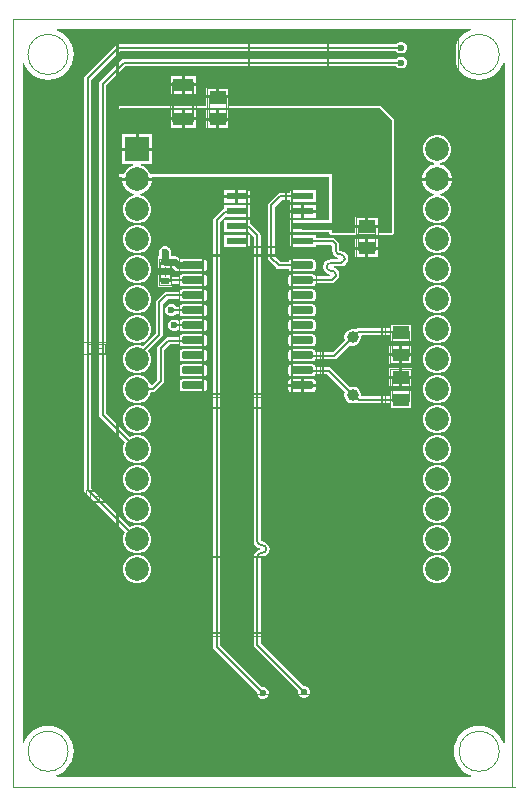
<source format=gbl>
G04*
G04 #@! TF.GenerationSoftware,Altium Limited,Altium Designer,21.0.9 (235)*
G04*
G04 Layer_Physical_Order=4*
G04 Layer_Color=16711680*
%FSLAX25Y25*%
%MOIN*%
G70*
G04*
G04 #@! TF.SameCoordinates,A9A079C1-7CC1-46CE-92A7-F05A66FF1BB4*
G04*
G04*
G04 #@! TF.FilePolarity,Positive*
G04*
G01*
G75*
%ADD10C,0.00787*%
%ADD12C,0.00500*%
%ADD13C,0.00050*%
%ADD14C,0.00000*%
%ADD15C,0.00394*%
%ADD16C,0.00800*%
%ADD17C,0.00400*%
%ADD18C,0.00197*%
%ADD19C,0.00201*%
%ADD29C,0.00700*%
%ADD30C,0.02362*%
%ADD31C,0.07874*%
%ADD32C,0.03965*%
%ADD33R,0.07874X0.07874*%
%ADD34C,0.01800*%
%ADD35C,0.02362*%
%ADD41C,0.00701*%
%ADD42R,0.06772X0.04134*%
%ADD43R,0.06890X0.02362*%
%ADD44R,0.05500X0.04000*%
G04:AMPARAMS|DCode=45|XSize=75.2mil|YSize=23.62mil|CornerRadius=2.95mil|HoleSize=0mil|Usage=FLASHONLY|Rotation=180.000|XOffset=0mil|YOffset=0mil|HoleType=Round|Shape=RoundedRectangle|*
%AMROUNDEDRECTD45*
21,1,0.07520,0.01772,0,0,180.0*
21,1,0.06929,0.02362,0,0,180.0*
1,1,0.00591,-0.03465,0.00886*
1,1,0.00591,0.03465,0.00886*
1,1,0.00591,0.03465,-0.00886*
1,1,0.00591,-0.03465,-0.00886*
%
%ADD45ROUNDEDRECTD45*%
%ADD46R,0.03150X0.02362*%
G36*
X152709Y-3816D02*
X152257Y-3953D01*
X150786Y-4739D01*
X149497Y-5797D01*
X148440Y-7086D01*
X147654Y-8556D01*
X147170Y-10152D01*
X147006Y-11811D01*
X147170Y-13470D01*
X147654Y-15066D01*
X148440Y-16536D01*
X149497Y-17825D01*
X150786Y-18883D01*
X152257Y-19669D01*
X153852Y-20153D01*
X155512Y-20317D01*
X157171Y-20153D01*
X158767Y-19669D01*
X160237Y-18883D01*
X161526Y-17825D01*
X162584Y-16536D01*
X163370Y-15066D01*
X163507Y-14614D01*
X164007Y-14688D01*
X164007Y-241218D01*
X163507Y-241292D01*
X163370Y-240840D01*
X162584Y-239369D01*
X161526Y-238080D01*
X160237Y-237022D01*
X158767Y-236236D01*
X157171Y-235752D01*
X155512Y-235589D01*
X153852Y-235752D01*
X152257Y-236236D01*
X150786Y-237022D01*
X149497Y-238080D01*
X148440Y-239369D01*
X147654Y-240840D01*
X147170Y-242435D01*
X147006Y-244094D01*
X147170Y-245754D01*
X147654Y-247349D01*
X148440Y-248820D01*
X149497Y-250109D01*
X150786Y-251167D01*
X152257Y-251953D01*
X152709Y-252090D01*
X152635Y-252590D01*
X14688Y-252590D01*
X14614Y-252090D01*
X15066Y-251953D01*
X16536Y-251167D01*
X17825Y-250109D01*
X18883Y-248820D01*
X19669Y-247349D01*
X20153Y-245754D01*
X20317Y-244094D01*
X20153Y-242435D01*
X19669Y-240840D01*
X18883Y-239369D01*
X17825Y-238080D01*
X16536Y-237022D01*
X15066Y-236236D01*
X13470Y-235752D01*
X11811Y-235589D01*
X10152Y-235752D01*
X8556Y-236236D01*
X7086Y-237022D01*
X5797Y-238080D01*
X4739Y-239369D01*
X3953Y-240840D01*
X3816Y-241292D01*
X3316Y-241218D01*
X3316Y-14688D01*
X3816Y-14614D01*
X3953Y-15066D01*
X4739Y-16536D01*
X5797Y-17825D01*
X7086Y-18883D01*
X8556Y-19669D01*
X10152Y-20153D01*
X11811Y-20317D01*
X13470Y-20153D01*
X15066Y-19669D01*
X16536Y-18883D01*
X17825Y-17825D01*
X18883Y-16536D01*
X19669Y-15066D01*
X20153Y-13470D01*
X20317Y-11811D01*
X20153Y-10152D01*
X19669Y-8556D01*
X18883Y-7086D01*
X17825Y-5797D01*
X16536Y-4739D01*
X15066Y-3953D01*
X14614Y-3816D01*
X14688Y-3316D01*
X152635Y-3316D01*
X152709Y-3816D01*
D02*
G37*
%LPC*%
G36*
X129919Y-7559D02*
X129136D01*
X128413Y-7859D01*
X127904Y-8368D01*
X35280D01*
X34836Y-8456D01*
X34459Y-8708D01*
X24180Y-18987D01*
X23929Y-19364D01*
X23840Y-19807D01*
Y-156917D01*
X23929Y-157361D01*
X24180Y-157737D01*
X37441Y-170999D01*
X37098Y-171594D01*
X36776Y-172795D01*
Y-174039D01*
X37098Y-175241D01*
X37720Y-176318D01*
X38599Y-177198D01*
X39676Y-177820D01*
X40878Y-178142D01*
X42122D01*
X43324Y-177820D01*
X44401Y-177198D01*
X45281Y-176318D01*
X45902Y-175241D01*
X46224Y-174039D01*
Y-172795D01*
X45902Y-171594D01*
X45281Y-170517D01*
X44401Y-169637D01*
X43324Y-169015D01*
X42122Y-168693D01*
X40878D01*
X39676Y-169015D01*
X39081Y-169359D01*
X26160Y-156437D01*
Y-20288D01*
X35760Y-10688D01*
X127904D01*
X128413Y-11197D01*
X129136Y-11496D01*
X129919D01*
X130643Y-11197D01*
X131197Y-10643D01*
X131496Y-9919D01*
Y-9136D01*
X131197Y-8413D01*
X130643Y-7859D01*
X129919Y-7559D01*
D02*
G37*
G36*
X129892Y-12531D02*
X129108D01*
X128385Y-12831D01*
X127876Y-13340D01*
X37000D01*
X36556Y-13429D01*
X36180Y-13680D01*
X36180Y-13680D01*
X29180Y-20680D01*
X28929Y-21056D01*
X28840Y-21500D01*
Y-131917D01*
X28929Y-132361D01*
X29180Y-132737D01*
X37441Y-140999D01*
X37098Y-141594D01*
X36776Y-142795D01*
Y-144039D01*
X37098Y-145241D01*
X37720Y-146318D01*
X38599Y-147198D01*
X39676Y-147820D01*
X40878Y-148142D01*
X42122D01*
X43324Y-147820D01*
X44401Y-147198D01*
X45281Y-146318D01*
X45902Y-145241D01*
X46224Y-144039D01*
Y-142795D01*
X45902Y-141594D01*
X45281Y-140516D01*
X44401Y-139637D01*
X43324Y-139015D01*
X42122Y-138693D01*
X40878D01*
X39676Y-139015D01*
X39081Y-139358D01*
X31160Y-131437D01*
Y-21980D01*
X37480Y-15660D01*
X127876D01*
X128385Y-16169D01*
X129108Y-16468D01*
X129892D01*
X130615Y-16169D01*
X131169Y-15615D01*
X131468Y-14892D01*
Y-14108D01*
X131169Y-13385D01*
X130615Y-12831D01*
X129892Y-12531D01*
D02*
G37*
G36*
X61209Y-18767D02*
X57323D01*
Y-21334D01*
X61209D01*
Y-18767D01*
D02*
G37*
G36*
X56323D02*
X52437D01*
Y-21334D01*
X56323D01*
Y-18767D01*
D02*
G37*
G36*
X61209Y-22334D02*
X57323D01*
Y-24901D01*
X61209D01*
Y-22334D01*
D02*
G37*
G36*
X56323D02*
X52437D01*
Y-24901D01*
X56323D01*
Y-22334D01*
D02*
G37*
G36*
X72073Y-22997D02*
X68823D01*
Y-25497D01*
X72073D01*
Y-22997D01*
D02*
G37*
G36*
X67823D02*
X64573D01*
Y-25497D01*
X67823D01*
Y-22997D01*
D02*
G37*
G36*
X72073Y-26497D02*
X68323D01*
X64573D01*
Y-28894D01*
X35823D01*
X35823Y-28894D01*
X35516Y-28955D01*
X35255Y-29129D01*
X35255Y-29129D01*
X34755Y-29629D01*
X34581Y-29890D01*
X34520Y-30197D01*
Y-51697D01*
X34581Y-52004D01*
X34755Y-52264D01*
X35016Y-52439D01*
X35323Y-52500D01*
X36358D01*
X36563Y-52767D01*
Y-52917D01*
X46437D01*
Y-52767D01*
X46642Y-52500D01*
X105520D01*
Y-67090D01*
X96785D01*
X96785Y-67090D01*
X96591Y-67128D01*
X92553D01*
Y-71065D01*
X96591D01*
X96785Y-71104D01*
X105520D01*
Y-71197D01*
X105581Y-71504D01*
X105755Y-71764D01*
X106016Y-71939D01*
X106323Y-72000D01*
X114250Y-72000D01*
X114557Y-71939D01*
X114784Y-71787D01*
X121216D01*
X121443Y-71939D01*
X121750Y-72000D01*
X126323D01*
X126630Y-71939D01*
X126891Y-71764D01*
X127065Y-71504D01*
X127126Y-71197D01*
X127126Y-33697D01*
X127065Y-33390D01*
X126891Y-33129D01*
X126891Y-33129D01*
X122890Y-29129D01*
X122630Y-28955D01*
X122323Y-28894D01*
X72073D01*
Y-26497D01*
D02*
G37*
G36*
X142122Y-38693D02*
X140878D01*
X139676Y-39015D01*
X138599Y-39637D01*
X137720Y-40516D01*
X137098Y-41594D01*
X136776Y-42795D01*
Y-44039D01*
X137098Y-45241D01*
X137720Y-46318D01*
X138599Y-47198D01*
X139676Y-47820D01*
X140530Y-48048D01*
Y-48566D01*
X139594Y-48817D01*
X138469Y-49467D01*
X137549Y-50386D01*
X136899Y-51512D01*
X136563Y-52767D01*
Y-52917D01*
X146437D01*
Y-52767D01*
X146101Y-51512D01*
X145451Y-50386D01*
X144531Y-49467D01*
X143406Y-48817D01*
X142470Y-48566D01*
Y-48048D01*
X143324Y-47820D01*
X144401Y-47198D01*
X145281Y-46318D01*
X145902Y-45241D01*
X146224Y-44039D01*
Y-42795D01*
X145902Y-41594D01*
X145281Y-40516D01*
X144401Y-39637D01*
X143324Y-39015D01*
X142122Y-38693D01*
D02*
G37*
G36*
X79182Y-56916D02*
X75238D01*
Y-58132D01*
X77887D01*
Y-58597D01*
X79182D01*
Y-56916D01*
D02*
G37*
G36*
X74238D02*
X70293D01*
Y-58597D01*
X73556D01*
Y-58132D01*
X74238D01*
Y-56916D01*
D02*
G37*
G36*
X101017Y-57128D02*
X92553D01*
Y-57937D01*
X89173D01*
X88729Y-58025D01*
X88353Y-58277D01*
X85353Y-61277D01*
X85101Y-61653D01*
X85013Y-62097D01*
Y-79597D01*
X85101Y-80041D01*
X85353Y-80417D01*
X87853Y-82917D01*
X87853Y-82917D01*
X88229Y-83168D01*
X88673Y-83257D01*
X91956D01*
X91985Y-83405D01*
X92225Y-83763D01*
X92583Y-84003D01*
X93005Y-84087D01*
X99934D01*
X100357Y-84003D01*
X100715Y-83763D01*
X100954Y-83405D01*
X101038Y-82983D01*
Y-81211D01*
X100954Y-80789D01*
X100715Y-80431D01*
X100357Y-80191D01*
X99934Y-80107D01*
X93005D01*
X92583Y-80191D01*
X92225Y-80431D01*
X91985Y-80789D01*
X91956Y-80937D01*
X89153D01*
X87333Y-79116D01*
Y-62577D01*
X89653Y-60257D01*
X92553D01*
Y-61065D01*
X101017D01*
Y-57128D01*
D02*
G37*
G36*
X79182Y-59597D02*
X77887D01*
Y-60062D01*
X75238D01*
Y-61278D01*
X79182D01*
Y-59597D01*
D02*
G37*
G36*
X73556D02*
X70293D01*
Y-61278D01*
X74238D01*
Y-60062D01*
X73556D01*
Y-59597D01*
D02*
G37*
G36*
X101230Y-61916D02*
X97285D01*
Y-63132D01*
X97966D01*
Y-63597D01*
X101230D01*
Y-61916D01*
D02*
G37*
G36*
X96285D02*
X92340D01*
Y-63597D01*
X93635D01*
Y-63132D01*
X96285D01*
Y-61916D01*
D02*
G37*
G36*
X101230Y-64597D02*
X97966D01*
Y-65062D01*
X97285D01*
Y-66278D01*
X101230D01*
Y-64597D01*
D02*
G37*
G36*
X93635D02*
X92340D01*
Y-66278D01*
X96285D01*
Y-65062D01*
X93635D01*
Y-64597D01*
D02*
G37*
G36*
X146437Y-53917D02*
X136563D01*
Y-54067D01*
X136899Y-55323D01*
X137549Y-56449D01*
X138469Y-57368D01*
X139594Y-58018D01*
X140530Y-58269D01*
Y-58786D01*
X139676Y-59015D01*
X138599Y-59637D01*
X137720Y-60517D01*
X137098Y-61594D01*
X136776Y-62795D01*
Y-64039D01*
X137098Y-65241D01*
X137720Y-66318D01*
X138599Y-67198D01*
X139676Y-67820D01*
X140878Y-68142D01*
X142122D01*
X143324Y-67820D01*
X144401Y-67198D01*
X145281Y-66318D01*
X145902Y-65241D01*
X146224Y-64039D01*
Y-62795D01*
X145902Y-61594D01*
X145281Y-60517D01*
X144401Y-59637D01*
X143324Y-59015D01*
X142470Y-58786D01*
Y-58269D01*
X143406Y-58018D01*
X144531Y-57368D01*
X145451Y-56449D01*
X146101Y-55323D01*
X146437Y-54067D01*
Y-53917D01*
D02*
G37*
G36*
X46437D02*
X36563D01*
Y-54067D01*
X36899Y-55323D01*
X37549Y-56449D01*
X38469Y-57368D01*
X39594Y-58018D01*
X40530Y-58269D01*
Y-58786D01*
X39676Y-59015D01*
X38599Y-59637D01*
X37720Y-60517D01*
X37098Y-61594D01*
X36776Y-62795D01*
Y-64039D01*
X37098Y-65241D01*
X37720Y-66318D01*
X38599Y-67198D01*
X39676Y-67820D01*
X40878Y-68142D01*
X42122D01*
X43324Y-67820D01*
X44401Y-67198D01*
X45281Y-66318D01*
X45902Y-65241D01*
X46224Y-64039D01*
Y-62795D01*
X45902Y-61594D01*
X45281Y-60517D01*
X44401Y-59637D01*
X43324Y-59015D01*
X42470Y-58786D01*
Y-58269D01*
X43406Y-58018D01*
X44531Y-57368D01*
X45451Y-56449D01*
X46101Y-55323D01*
X46437Y-54067D01*
Y-53917D01*
D02*
G37*
G36*
X121750Y-73400D02*
X118500D01*
Y-75900D01*
X121750D01*
Y-73400D01*
D02*
G37*
G36*
X117500D02*
X114250D01*
Y-75900D01*
X117500D01*
Y-73400D01*
D02*
G37*
G36*
X78970Y-72128D02*
X70505D01*
Y-76065D01*
X78970D01*
Y-72128D01*
D02*
G37*
G36*
X142122Y-68693D02*
X140878D01*
X139676Y-69015D01*
X138599Y-69637D01*
X137720Y-70517D01*
X137098Y-71594D01*
X136776Y-72795D01*
Y-74039D01*
X137098Y-75241D01*
X137720Y-76318D01*
X138599Y-77198D01*
X139676Y-77820D01*
X140878Y-78142D01*
X142122D01*
X143324Y-77820D01*
X144401Y-77198D01*
X145281Y-76318D01*
X145902Y-75241D01*
X146224Y-74039D01*
Y-72795D01*
X145902Y-71594D01*
X145281Y-70517D01*
X144401Y-69637D01*
X143324Y-69015D01*
X142122Y-68693D01*
D02*
G37*
G36*
X42122D02*
X40878D01*
X39676Y-69015D01*
X38599Y-69637D01*
X37720Y-70517D01*
X37098Y-71594D01*
X36776Y-72795D01*
Y-74039D01*
X37098Y-75241D01*
X37720Y-76318D01*
X38599Y-77198D01*
X39676Y-77820D01*
X40878Y-78142D01*
X42122D01*
X43324Y-77820D01*
X44401Y-77198D01*
X45281Y-76318D01*
X45902Y-75241D01*
X46224Y-74039D01*
Y-72795D01*
X45902Y-71594D01*
X45281Y-70517D01*
X44401Y-69637D01*
X43324Y-69015D01*
X42122Y-68693D01*
D02*
G37*
G36*
X121750Y-76900D02*
X118500D01*
Y-79400D01*
X121750D01*
Y-76900D01*
D02*
G37*
G36*
X117500D02*
X114250D01*
Y-79400D01*
X117500D01*
Y-76900D01*
D02*
G37*
G36*
X101017Y-72128D02*
X92553D01*
Y-76065D01*
X101017D01*
Y-75257D01*
X106192D01*
X106513Y-75577D01*
Y-77144D01*
X106486D01*
X106679Y-78115D01*
X107229Y-78938D01*
X108053Y-79488D01*
X108290Y-79535D01*
X108241Y-80035D01*
X106023D01*
Y-80009D01*
X105052Y-80202D01*
X104229Y-80752D01*
X103680Y-81575D01*
X103581Y-82070D01*
X103578Y-82084D01*
X103486Y-82546D01*
Y-82546D01*
Y-82546D01*
X103486D01*
X103578Y-83008D01*
X103680Y-83517D01*
X104229Y-84339D01*
X105052Y-84890D01*
X105535Y-84985D01*
X105776Y-85542D01*
X105680Y-85694D01*
X105626Y-85727D01*
X100913D01*
X100715Y-85431D01*
X100357Y-85191D01*
X99934Y-85107D01*
X93005D01*
X92583Y-85191D01*
X92225Y-85431D01*
X91985Y-85789D01*
X91901Y-86211D01*
Y-87983D01*
X91985Y-88405D01*
X92225Y-88763D01*
X92583Y-89003D01*
X93005Y-89087D01*
X99934D01*
X100357Y-89003D01*
X100715Y-88763D01*
X100954Y-88405D01*
X101025Y-88047D01*
X106383D01*
X106827Y-87959D01*
X107203Y-87707D01*
X108493Y-86417D01*
X108745Y-86041D01*
X108833Y-85597D01*
Y-85246D01*
X108860D01*
X108666Y-84276D01*
X108116Y-83453D01*
X107293Y-82903D01*
X107056Y-82855D01*
X107105Y-82355D01*
X109323D01*
Y-82382D01*
X110293Y-82189D01*
X111116Y-81639D01*
X111666Y-80816D01*
X111765Y-80321D01*
X111768Y-80307D01*
X111860Y-79845D01*
Y-79845D01*
Y-79845D01*
X111860D01*
X111768Y-79383D01*
X111666Y-78874D01*
X111116Y-78051D01*
X110293Y-77501D01*
X109323Y-77308D01*
X109323Y-77308D01*
X108869Y-77196D01*
X108847Y-77144D01*
X108833D01*
Y-75097D01*
X108745Y-74653D01*
X108493Y-74277D01*
X107493Y-73277D01*
X107117Y-73025D01*
X106673Y-72937D01*
X101017D01*
Y-72128D01*
D02*
G37*
G36*
X50823Y-75690D02*
X50629Y-75728D01*
X50431D01*
X50249Y-75804D01*
X50055Y-75843D01*
X49890Y-75952D01*
X49708Y-76028D01*
X49568Y-76168D01*
X49404Y-76278D01*
X49294Y-76442D01*
X49154Y-76582D01*
X49078Y-76764D01*
X48968Y-76929D01*
X48930Y-77123D01*
X48854Y-77305D01*
Y-77503D01*
X48816Y-77697D01*
Y-79079D01*
X48461D01*
Y-83016D01*
X50629D01*
X50823Y-83054D01*
X53311D01*
X53773Y-83516D01*
X54424Y-83951D01*
X55192Y-84104D01*
X60171D01*
X60258Y-84087D01*
X63635D01*
X64058Y-84003D01*
X64416Y-83763D01*
X64655Y-83405D01*
X64739Y-82983D01*
Y-81211D01*
X64655Y-80789D01*
X64416Y-80431D01*
X64058Y-80191D01*
X63635Y-80107D01*
X60258D01*
X60171Y-80090D01*
X56024D01*
X55562Y-79628D01*
X54910Y-79193D01*
X54142Y-79040D01*
X52830D01*
Y-77697D01*
X52791Y-77503D01*
Y-77305D01*
X52716Y-77123D01*
X52677Y-76929D01*
X52567Y-76764D01*
X52492Y-76582D01*
X52352Y-76442D01*
X52242Y-76278D01*
X52078Y-76168D01*
X51938Y-76028D01*
X51755Y-75952D01*
X51591Y-75843D01*
X51397Y-75804D01*
X51214Y-75728D01*
X51017D01*
X50823Y-75690D01*
D02*
G37*
G36*
X63635Y-85107D02*
X56706D01*
X56284Y-85191D01*
X55925Y-85431D01*
X55686Y-85789D01*
X55657Y-85937D01*
X53185D01*
Y-85378D01*
X48461D01*
Y-89315D01*
X53185D01*
Y-88257D01*
X55657D01*
X55686Y-88405D01*
X55925Y-88763D01*
X56284Y-89003D01*
X56706Y-89087D01*
X63635D01*
X64058Y-89003D01*
X64416Y-88763D01*
X64655Y-88405D01*
X64739Y-87983D01*
Y-86211D01*
X64655Y-85789D01*
X64416Y-85431D01*
X64058Y-85191D01*
X63635Y-85107D01*
D02*
G37*
G36*
X142122Y-78693D02*
X140878D01*
X139676Y-79015D01*
X138599Y-79637D01*
X137720Y-80516D01*
X137098Y-81594D01*
X136776Y-82795D01*
Y-84039D01*
X137098Y-85241D01*
X137720Y-86318D01*
X138599Y-87198D01*
X139676Y-87820D01*
X140878Y-88142D01*
X142122D01*
X143324Y-87820D01*
X144401Y-87198D01*
X145281Y-86318D01*
X145902Y-85241D01*
X146224Y-84039D01*
Y-82795D01*
X145902Y-81594D01*
X145281Y-80516D01*
X144401Y-79637D01*
X143324Y-79015D01*
X142122Y-78693D01*
D02*
G37*
G36*
X42122D02*
X40878D01*
X39676Y-79015D01*
X38599Y-79637D01*
X37720Y-80516D01*
X37098Y-81594D01*
X36776Y-82795D01*
Y-84039D01*
X37098Y-85241D01*
X37720Y-86318D01*
X38599Y-87198D01*
X39676Y-87820D01*
X40878Y-88142D01*
X42122D01*
X43324Y-87820D01*
X44401Y-87198D01*
X45281Y-86318D01*
X45902Y-85241D01*
X46224Y-84039D01*
Y-82795D01*
X45902Y-81594D01*
X45281Y-80516D01*
X44401Y-79637D01*
X43324Y-79015D01*
X42122Y-78693D01*
D02*
G37*
G36*
X99934Y-90107D02*
X93005D01*
X92583Y-90191D01*
X92225Y-90430D01*
X91985Y-90789D01*
X91901Y-91211D01*
Y-92983D01*
X91985Y-93405D01*
X92225Y-93763D01*
X92583Y-94003D01*
X93005Y-94087D01*
X99934D01*
X100357Y-94003D01*
X100715Y-93763D01*
X100954Y-93405D01*
X101038Y-92983D01*
Y-91211D01*
X100954Y-90789D01*
X100715Y-90430D01*
X100357Y-90191D01*
X99934Y-90107D01*
D02*
G37*
G36*
X63635D02*
X56706D01*
X56284Y-90191D01*
X55925Y-90430D01*
X55686Y-90789D01*
X55657Y-90937D01*
X51142D01*
X50698Y-91026D01*
X50322Y-91277D01*
X48003Y-93596D01*
X47751Y-93972D01*
X47663Y-94416D01*
Y-104717D01*
X43350Y-109030D01*
X43324Y-109015D01*
X42122Y-108693D01*
X40878D01*
X39676Y-109015D01*
X38599Y-109637D01*
X37720Y-110517D01*
X37098Y-111594D01*
X36776Y-112795D01*
Y-114039D01*
X37098Y-115241D01*
X37720Y-116318D01*
X38599Y-117198D01*
X39676Y-117820D01*
X40878Y-118142D01*
X42122D01*
X43324Y-117820D01*
X44401Y-117198D01*
X45281Y-116318D01*
X45902Y-115241D01*
X46224Y-114039D01*
Y-112795D01*
X45902Y-111594D01*
X45281Y-110517D01*
X45212Y-110448D01*
X49643Y-106017D01*
X49894Y-105641D01*
X49983Y-105197D01*
Y-94897D01*
X51623Y-93257D01*
X55657D01*
X55686Y-93405D01*
X55925Y-93763D01*
X56284Y-94003D01*
X56706Y-94087D01*
X63635D01*
X64058Y-94003D01*
X64416Y-93763D01*
X64655Y-93405D01*
X64739Y-92983D01*
Y-91211D01*
X64655Y-90789D01*
X64416Y-90430D01*
X64058Y-90191D01*
X63635Y-90107D01*
D02*
G37*
G36*
Y-95107D02*
X56706D01*
X56284Y-95191D01*
X55925Y-95430D01*
X55686Y-95789D01*
X55656Y-95939D01*
X54542D01*
X54035Y-95431D01*
X53311Y-95131D01*
X52528D01*
X51805Y-95431D01*
X51251Y-95985D01*
X50951Y-96709D01*
Y-97492D01*
X51251Y-98215D01*
X51805Y-98769D01*
X52528Y-99068D01*
X53311D01*
X54035Y-98769D01*
X54545Y-98258D01*
X55657D01*
X55686Y-98405D01*
X55925Y-98763D01*
X56284Y-99003D01*
X56706Y-99087D01*
X63635D01*
X64058Y-99003D01*
X64416Y-98763D01*
X64655Y-98405D01*
X64739Y-97983D01*
Y-96211D01*
X64655Y-95789D01*
X64416Y-95430D01*
X64058Y-95191D01*
X63635Y-95107D01*
D02*
G37*
G36*
X142122Y-88693D02*
X140878D01*
X139676Y-89015D01*
X138599Y-89637D01*
X137720Y-90517D01*
X137098Y-91594D01*
X136776Y-92795D01*
Y-94039D01*
X137098Y-95241D01*
X137720Y-96318D01*
X138599Y-97198D01*
X139676Y-97820D01*
X140878Y-98142D01*
X142122D01*
X143324Y-97820D01*
X144401Y-97198D01*
X145281Y-96318D01*
X145902Y-95241D01*
X146224Y-94039D01*
Y-92795D01*
X145902Y-91594D01*
X145281Y-90517D01*
X144401Y-89637D01*
X143324Y-89015D01*
X142122Y-88693D01*
D02*
G37*
G36*
X42122D02*
X40878D01*
X39676Y-89015D01*
X38599Y-89637D01*
X37720Y-90517D01*
X37098Y-91594D01*
X36776Y-92795D01*
Y-94039D01*
X37098Y-95241D01*
X37720Y-96318D01*
X38599Y-97198D01*
X39676Y-97820D01*
X40878Y-98142D01*
X42122D01*
X43324Y-97820D01*
X44401Y-97198D01*
X45281Y-96318D01*
X45902Y-95241D01*
X46224Y-94039D01*
Y-92795D01*
X45902Y-91594D01*
X45281Y-90517D01*
X44401Y-89637D01*
X43324Y-89015D01*
X42122Y-88693D01*
D02*
G37*
G36*
X99934Y-95107D02*
X93005D01*
X92583Y-95191D01*
X92225Y-95430D01*
X91985Y-95789D01*
X91901Y-96211D01*
Y-97983D01*
X91985Y-98405D01*
X92225Y-98763D01*
X92583Y-99003D01*
X93005Y-99087D01*
X99934D01*
X100357Y-99003D01*
X100715Y-98763D01*
X100954Y-98405D01*
X101038Y-97983D01*
Y-96211D01*
X100954Y-95789D01*
X100715Y-95430D01*
X100357Y-95191D01*
X99934Y-95107D01*
D02*
G37*
G36*
X63635Y-100107D02*
X56706D01*
X56284Y-100191D01*
X55925Y-100431D01*
X55814Y-100597D01*
X55289Y-100707D01*
X55198Y-100688D01*
X54988Y-100478D01*
X54264Y-100178D01*
X53481D01*
X52758Y-100478D01*
X52204Y-101032D01*
X51904Y-101755D01*
Y-102538D01*
X52204Y-103262D01*
X52758Y-103816D01*
X53481Y-104115D01*
X54264D01*
X54988Y-103816D01*
X55238Y-103566D01*
X55255Y-103560D01*
X55854Y-103657D01*
X55925Y-103763D01*
X56284Y-104003D01*
X56706Y-104087D01*
X63635D01*
X64058Y-104003D01*
X64416Y-103763D01*
X64655Y-103405D01*
X64739Y-102983D01*
Y-101211D01*
X64655Y-100789D01*
X64416Y-100431D01*
X64058Y-100191D01*
X63635Y-100107D01*
D02*
G37*
G36*
X132860Y-101709D02*
X125785D01*
Y-103037D01*
X115217D01*
X115217Y-103037D01*
X114773Y-103126D01*
X114397Y-103377D01*
X114397Y-103377D01*
X114291Y-103482D01*
X113688Y-103321D01*
X112958D01*
X112254Y-103510D01*
X111622Y-103874D01*
X111107Y-104390D01*
X110742Y-105022D01*
X110553Y-105726D01*
Y-106455D01*
X110715Y-107059D01*
X106736Y-111037D01*
X101004D01*
X100954Y-110789D01*
X100715Y-110431D01*
X100357Y-110191D01*
X99934Y-110107D01*
X93005D01*
X92583Y-110191D01*
X92225Y-110431D01*
X91985Y-110789D01*
X91901Y-111211D01*
Y-112983D01*
X91985Y-113405D01*
X92225Y-113763D01*
X92583Y-114003D01*
X93005Y-114087D01*
X99934D01*
X100357Y-114003D01*
X100715Y-113763D01*
X100954Y-113405D01*
X100964Y-113356D01*
X107217D01*
X107660Y-113268D01*
X108037Y-113017D01*
X112355Y-108699D01*
X112958Y-108860D01*
X113688D01*
X114392Y-108671D01*
X115024Y-108307D01*
X115539Y-107791D01*
X115904Y-107160D01*
X116093Y-106455D01*
Y-105726D01*
X116376Y-105357D01*
X125785D01*
Y-107284D01*
X132860D01*
Y-101709D01*
D02*
G37*
G36*
X99934Y-100107D02*
X93005D01*
X92583Y-100191D01*
X92225Y-100431D01*
X91985Y-100789D01*
X91901Y-101211D01*
Y-102983D01*
X91985Y-103405D01*
X92225Y-103763D01*
X92583Y-104003D01*
X93005Y-104087D01*
X99934D01*
X100357Y-104003D01*
X100715Y-103763D01*
X100954Y-103405D01*
X101038Y-102983D01*
Y-101211D01*
X100954Y-100789D01*
X100715Y-100431D01*
X100357Y-100191D01*
X99934Y-100107D01*
D02*
G37*
G36*
X142122Y-98693D02*
X140878D01*
X139676Y-99015D01*
X138599Y-99637D01*
X137720Y-100516D01*
X137098Y-101594D01*
X136776Y-102795D01*
Y-104039D01*
X137098Y-105241D01*
X137720Y-106318D01*
X138599Y-107198D01*
X139676Y-107820D01*
X140878Y-108142D01*
X142122D01*
X143324Y-107820D01*
X144401Y-107198D01*
X145281Y-106318D01*
X145902Y-105241D01*
X146224Y-104039D01*
Y-102795D01*
X145902Y-101594D01*
X145281Y-100516D01*
X144401Y-99637D01*
X143324Y-99015D01*
X142122Y-98693D01*
D02*
G37*
G36*
X42122D02*
X40878D01*
X39676Y-99015D01*
X38599Y-99637D01*
X37720Y-100516D01*
X37098Y-101594D01*
X36776Y-102795D01*
Y-104039D01*
X37098Y-105241D01*
X37720Y-106318D01*
X38599Y-107198D01*
X39676Y-107820D01*
X40878Y-108142D01*
X42122D01*
X43324Y-107820D01*
X44401Y-107198D01*
X45281Y-106318D01*
X45902Y-105241D01*
X46224Y-104039D01*
Y-102795D01*
X45902Y-101594D01*
X45281Y-100516D01*
X44401Y-99637D01*
X43324Y-99015D01*
X42122Y-98693D01*
D02*
G37*
G36*
X99934Y-105107D02*
X93005D01*
X92583Y-105191D01*
X92225Y-105430D01*
X91985Y-105789D01*
X91901Y-106211D01*
Y-107983D01*
X91985Y-108405D01*
X92225Y-108763D01*
X92583Y-109003D01*
X93005Y-109087D01*
X99934D01*
X100357Y-109003D01*
X100715Y-108763D01*
X100954Y-108405D01*
X101038Y-107983D01*
Y-106211D01*
X100954Y-105789D01*
X100715Y-105430D01*
X100357Y-105191D01*
X99934Y-105107D01*
D02*
G37*
G36*
X63635D02*
X56706D01*
X56284Y-105191D01*
X55925Y-105430D01*
X55686Y-105789D01*
X55637Y-106037D01*
X51823D01*
X51379Y-106125D01*
X51003Y-106377D01*
X51003Y-106377D01*
X48503Y-108877D01*
X48251Y-109253D01*
X48163Y-109697D01*
Y-120217D01*
X46497Y-121882D01*
X45940Y-121733D01*
X45902Y-121594D01*
X45281Y-120517D01*
X44401Y-119637D01*
X43324Y-119015D01*
X42122Y-118693D01*
X40878D01*
X39676Y-119015D01*
X38599Y-119637D01*
X37720Y-120517D01*
X37098Y-121594D01*
X36776Y-122795D01*
Y-124039D01*
X37098Y-125241D01*
X37720Y-126318D01*
X38599Y-127198D01*
X39676Y-127820D01*
X40878Y-128142D01*
X42122D01*
X43324Y-127820D01*
X44401Y-127198D01*
X45281Y-126318D01*
X45902Y-125241D01*
X46119Y-124433D01*
X46747D01*
X47190Y-124345D01*
X47567Y-124093D01*
X50143Y-121517D01*
X50394Y-121141D01*
X50482Y-120697D01*
Y-110177D01*
X52303Y-108356D01*
X55677D01*
X55686Y-108405D01*
X55925Y-108763D01*
X56284Y-109003D01*
X56706Y-109087D01*
X63635D01*
X64058Y-109003D01*
X64416Y-108763D01*
X64655Y-108405D01*
X64739Y-107983D01*
Y-106211D01*
X64655Y-105789D01*
X64416Y-105430D01*
X64058Y-105191D01*
X63635Y-105107D01*
D02*
G37*
G36*
X133073Y-108897D02*
X129823D01*
Y-111397D01*
X133073D01*
Y-108897D01*
D02*
G37*
G36*
X128823D02*
X125573D01*
Y-111397D01*
X128823D01*
Y-108897D01*
D02*
G37*
G36*
X63635Y-110107D02*
X56706D01*
X56284Y-110191D01*
X55925Y-110431D01*
X55686Y-110789D01*
X55602Y-111211D01*
Y-112983D01*
X55686Y-113405D01*
X55925Y-113763D01*
X56284Y-114003D01*
X56706Y-114087D01*
X63635D01*
X64058Y-114003D01*
X64416Y-113763D01*
X64655Y-113405D01*
X64739Y-112983D01*
Y-111211D01*
X64655Y-110789D01*
X64416Y-110431D01*
X64058Y-110191D01*
X63635Y-110107D01*
D02*
G37*
G36*
X133073Y-112397D02*
X129823D01*
Y-114897D01*
X133073D01*
Y-112397D01*
D02*
G37*
G36*
X128823D02*
X125573D01*
Y-114897D01*
X128823D01*
Y-112397D01*
D02*
G37*
G36*
X142122Y-108693D02*
X140878D01*
X139676Y-109015D01*
X138599Y-109637D01*
X137720Y-110517D01*
X137098Y-111594D01*
X136776Y-112795D01*
Y-114039D01*
X137098Y-115241D01*
X137720Y-116318D01*
X138599Y-117198D01*
X139676Y-117820D01*
X140878Y-118142D01*
X142122D01*
X143324Y-117820D01*
X144401Y-117198D01*
X145281Y-116318D01*
X145902Y-115241D01*
X146224Y-114039D01*
Y-112795D01*
X145902Y-111594D01*
X145281Y-110517D01*
X144401Y-109637D01*
X143324Y-109015D01*
X142122Y-108693D01*
D02*
G37*
G36*
X133073Y-116497D02*
X129823D01*
Y-118997D01*
X133073D01*
Y-116497D01*
D02*
G37*
G36*
X128823D02*
X125573D01*
Y-118997D01*
X128823D01*
Y-116497D01*
D02*
G37*
G36*
X63635Y-115107D02*
X56706D01*
X56284Y-115191D01*
X55925Y-115430D01*
X55686Y-115789D01*
X55602Y-116211D01*
Y-117983D01*
X55686Y-118405D01*
X55925Y-118763D01*
X56284Y-119003D01*
X56706Y-119087D01*
X63635D01*
X64058Y-119003D01*
X64416Y-118763D01*
X64655Y-118405D01*
X64739Y-117983D01*
Y-116211D01*
X64655Y-115789D01*
X64416Y-115430D01*
X64058Y-115191D01*
X63635Y-115107D01*
D02*
G37*
G36*
X99934Y-119890D02*
X96970D01*
Y-121597D01*
X101255D01*
Y-121211D01*
X101154Y-120706D01*
X100868Y-120277D01*
X100440Y-119991D01*
X99934Y-119890D01*
D02*
G37*
G36*
X95970D02*
X93005D01*
X92500Y-119991D01*
X92071Y-120277D01*
X91785Y-120706D01*
X91685Y-121211D01*
Y-121597D01*
X95970D01*
Y-119890D01*
D02*
G37*
G36*
X133073Y-119997D02*
X129823D01*
Y-122497D01*
X133073D01*
Y-119997D01*
D02*
G37*
G36*
X128823D02*
X125573D01*
Y-122497D01*
X128823D01*
Y-119997D01*
D02*
G37*
G36*
X63635Y-120107D02*
X56706D01*
X56284Y-120191D01*
X55925Y-120431D01*
X55686Y-120789D01*
X55602Y-121211D01*
Y-122983D01*
X55686Y-123405D01*
X55925Y-123763D01*
X56284Y-124003D01*
X56706Y-124087D01*
X63635D01*
X64058Y-124003D01*
X64416Y-123763D01*
X64655Y-123405D01*
X64739Y-122983D01*
Y-121211D01*
X64655Y-120789D01*
X64416Y-120431D01*
X64058Y-120191D01*
X63635Y-120107D01*
D02*
G37*
G36*
X101255Y-122597D02*
X96970D01*
Y-124303D01*
X99934D01*
X100440Y-124203D01*
X100868Y-123917D01*
X101154Y-123488D01*
X101255Y-122983D01*
Y-122597D01*
D02*
G37*
G36*
X95970D02*
X91685D01*
Y-122983D01*
X91785Y-123488D01*
X92071Y-123917D01*
X92500Y-124203D01*
X93005Y-124303D01*
X95970D01*
Y-122597D01*
D02*
G37*
G36*
X142122Y-118693D02*
X140878D01*
X139676Y-119015D01*
X138599Y-119637D01*
X137720Y-120517D01*
X137098Y-121594D01*
X136776Y-122795D01*
Y-124039D01*
X137098Y-125241D01*
X137720Y-126318D01*
X138599Y-127198D01*
X139676Y-127820D01*
X140878Y-128142D01*
X142122D01*
X143324Y-127820D01*
X144401Y-127198D01*
X145281Y-126318D01*
X145902Y-125241D01*
X146224Y-124039D01*
Y-122795D01*
X145902Y-121594D01*
X145281Y-120517D01*
X144401Y-119637D01*
X143324Y-119015D01*
X142122Y-118693D01*
D02*
G37*
G36*
X99934Y-115107D02*
X93005D01*
X92583Y-115191D01*
X92225Y-115430D01*
X91985Y-115789D01*
X91901Y-116211D01*
Y-117983D01*
X91985Y-118405D01*
X92225Y-118763D01*
X92583Y-119003D01*
X93005Y-119087D01*
X99934D01*
X100357Y-119003D01*
X100715Y-118763D01*
X100954Y-118405D01*
X100964Y-118357D01*
X104842D01*
X110737Y-124251D01*
X110553Y-124938D01*
Y-125668D01*
X110742Y-126372D01*
X111107Y-127004D01*
X111622Y-127520D01*
X112254Y-127884D01*
X112958Y-128073D01*
X113688D01*
X114392Y-127884D01*
X114608Y-127759D01*
X114921Y-127968D01*
X115365Y-128057D01*
X125785D01*
Y-129684D01*
X132860D01*
Y-124109D01*
X125785D01*
Y-125737D01*
X116146D01*
X116093Y-125668D01*
Y-124938D01*
X115904Y-124234D01*
X115539Y-123602D01*
X115024Y-123087D01*
X114392Y-122722D01*
X113688Y-122534D01*
X112958D01*
X112439Y-122673D01*
X106143Y-116377D01*
X105767Y-116126D01*
X105323Y-116037D01*
X101004D01*
X100954Y-115789D01*
X100715Y-115430D01*
X100357Y-115191D01*
X99934Y-115107D01*
D02*
G37*
G36*
X142122Y-128693D02*
X140878D01*
X139676Y-129015D01*
X138599Y-129637D01*
X137720Y-130517D01*
X137098Y-131594D01*
X136776Y-132795D01*
Y-134039D01*
X137098Y-135241D01*
X137720Y-136318D01*
X138599Y-137198D01*
X139676Y-137820D01*
X140878Y-138142D01*
X142122D01*
X143324Y-137820D01*
X144401Y-137198D01*
X145281Y-136318D01*
X145902Y-135241D01*
X146224Y-134039D01*
Y-132795D01*
X145902Y-131594D01*
X145281Y-130517D01*
X144401Y-129637D01*
X143324Y-129015D01*
X142122Y-128693D01*
D02*
G37*
G36*
X42122D02*
X40878D01*
X39676Y-129015D01*
X38599Y-129637D01*
X37720Y-130517D01*
X37098Y-131594D01*
X36776Y-132795D01*
Y-134039D01*
X37098Y-135241D01*
X37720Y-136318D01*
X38599Y-137198D01*
X39676Y-137820D01*
X40878Y-138142D01*
X42122D01*
X43324Y-137820D01*
X44401Y-137198D01*
X45281Y-136318D01*
X45902Y-135241D01*
X46224Y-134039D01*
Y-132795D01*
X45902Y-131594D01*
X45281Y-130517D01*
X44401Y-129637D01*
X43324Y-129015D01*
X42122Y-128693D01*
D02*
G37*
G36*
X142122Y-138693D02*
X140878D01*
X139676Y-139015D01*
X138599Y-139637D01*
X137720Y-140516D01*
X137098Y-141594D01*
X136776Y-142795D01*
Y-144039D01*
X137098Y-145241D01*
X137720Y-146318D01*
X138599Y-147198D01*
X139676Y-147820D01*
X140878Y-148142D01*
X142122D01*
X143324Y-147820D01*
X144401Y-147198D01*
X145281Y-146318D01*
X145902Y-145241D01*
X146224Y-144039D01*
Y-142795D01*
X145902Y-141594D01*
X145281Y-140516D01*
X144401Y-139637D01*
X143324Y-139015D01*
X142122Y-138693D01*
D02*
G37*
G36*
Y-148693D02*
X140878D01*
X139676Y-149015D01*
X138599Y-149637D01*
X137720Y-150516D01*
X137098Y-151594D01*
X136776Y-152795D01*
Y-154039D01*
X137098Y-155241D01*
X137720Y-156318D01*
X138599Y-157198D01*
X139676Y-157820D01*
X140878Y-158142D01*
X142122D01*
X143324Y-157820D01*
X144401Y-157198D01*
X145281Y-156318D01*
X145902Y-155241D01*
X146224Y-154039D01*
Y-152795D01*
X145902Y-151594D01*
X145281Y-150516D01*
X144401Y-149637D01*
X143324Y-149015D01*
X142122Y-148693D01*
D02*
G37*
G36*
X42122D02*
X40878D01*
X39676Y-149015D01*
X38599Y-149637D01*
X37720Y-150516D01*
X37098Y-151594D01*
X36776Y-152795D01*
Y-154039D01*
X37098Y-155241D01*
X37720Y-156318D01*
X38599Y-157198D01*
X39676Y-157820D01*
X40878Y-158142D01*
X42122D01*
X43324Y-157820D01*
X44401Y-157198D01*
X45281Y-156318D01*
X45902Y-155241D01*
X46224Y-154039D01*
Y-152795D01*
X45902Y-151594D01*
X45281Y-150516D01*
X44401Y-149637D01*
X43324Y-149015D01*
X42122Y-148693D01*
D02*
G37*
G36*
X142122Y-158693D02*
X140878D01*
X139676Y-159015D01*
X138599Y-159637D01*
X137720Y-160517D01*
X137098Y-161594D01*
X136776Y-162795D01*
Y-164039D01*
X137098Y-165241D01*
X137720Y-166318D01*
X138599Y-167198D01*
X139676Y-167820D01*
X140878Y-168142D01*
X142122D01*
X143324Y-167820D01*
X144401Y-167198D01*
X145281Y-166318D01*
X145902Y-165241D01*
X146224Y-164039D01*
Y-162795D01*
X145902Y-161594D01*
X145281Y-160517D01*
X144401Y-159637D01*
X143324Y-159015D01*
X142122Y-158693D01*
D02*
G37*
G36*
X42122D02*
X40878D01*
X39676Y-159015D01*
X38599Y-159637D01*
X37720Y-160517D01*
X37098Y-161594D01*
X36776Y-162795D01*
Y-164039D01*
X37098Y-165241D01*
X37720Y-166318D01*
X38599Y-167198D01*
X39676Y-167820D01*
X40878Y-168142D01*
X42122D01*
X43324Y-167820D01*
X44401Y-167198D01*
X45281Y-166318D01*
X45902Y-165241D01*
X46224Y-164039D01*
Y-162795D01*
X45902Y-161594D01*
X45281Y-160517D01*
X44401Y-159637D01*
X43324Y-159015D01*
X42122Y-158693D01*
D02*
G37*
G36*
X142122Y-168693D02*
X140878D01*
X139676Y-169015D01*
X138599Y-169637D01*
X137720Y-170517D01*
X137098Y-171594D01*
X136776Y-172795D01*
Y-174039D01*
X137098Y-175241D01*
X137720Y-176318D01*
X138599Y-177198D01*
X139676Y-177820D01*
X140878Y-178142D01*
X142122D01*
X143324Y-177820D01*
X144401Y-177198D01*
X145281Y-176318D01*
X145902Y-175241D01*
X146224Y-174039D01*
Y-172795D01*
X145902Y-171594D01*
X145281Y-170517D01*
X144401Y-169637D01*
X143324Y-169015D01*
X142122Y-168693D01*
D02*
G37*
G36*
Y-178693D02*
X140878D01*
X139676Y-179015D01*
X138599Y-179637D01*
X137720Y-180517D01*
X137098Y-181594D01*
X136776Y-182795D01*
Y-184039D01*
X137098Y-185241D01*
X137720Y-186318D01*
X138599Y-187198D01*
X139676Y-187820D01*
X140878Y-188142D01*
X142122D01*
X143324Y-187820D01*
X144401Y-187198D01*
X145281Y-186318D01*
X145902Y-185241D01*
X146224Y-184039D01*
Y-182795D01*
X145902Y-181594D01*
X145281Y-180517D01*
X144401Y-179637D01*
X143324Y-179015D01*
X142122Y-178693D01*
D02*
G37*
G36*
X42122D02*
X40878D01*
X39676Y-179015D01*
X38599Y-179637D01*
X37720Y-180517D01*
X37098Y-181594D01*
X36776Y-182795D01*
Y-184039D01*
X37098Y-185241D01*
X37720Y-186318D01*
X38599Y-187198D01*
X39676Y-187820D01*
X40878Y-188142D01*
X42122D01*
X43324Y-187820D01*
X44401Y-187198D01*
X45281Y-186318D01*
X45902Y-185241D01*
X46224Y-184039D01*
Y-182795D01*
X45902Y-181594D01*
X45281Y-180517D01*
X44401Y-179637D01*
X43324Y-179015D01*
X42122Y-178693D01*
D02*
G37*
G36*
X78970Y-67128D02*
X70505D01*
Y-71065D01*
X78785D01*
X80340Y-72620D01*
X80340Y-173621D01*
Y-173971D01*
X80314D01*
X80507Y-174941D01*
X81057Y-175764D01*
X81879Y-176314D01*
X82392Y-176416D01*
Y-176926D01*
X81879Y-177028D01*
X81057Y-177578D01*
X80507Y-178400D01*
X80314Y-179371D01*
X80340D01*
Y-187288D01*
X80340Y-188347D01*
Y-208630D01*
X80429Y-209073D01*
X80680Y-209450D01*
X95180Y-223950D01*
Y-224670D01*
X95479Y-225393D01*
X96033Y-225947D01*
X96757Y-226247D01*
X97540D01*
X98263Y-225947D01*
X98817Y-225393D01*
X99117Y-224670D01*
Y-223886D01*
X98817Y-223163D01*
X98263Y-222609D01*
X97540Y-222309D01*
X96820D01*
X82660Y-208149D01*
Y-188347D01*
X82660Y-187288D01*
Y-179371D01*
X82674D01*
X82696Y-179318D01*
X83150Y-179207D01*
Y-179207D01*
X84121Y-179014D01*
X84943Y-178464D01*
X85493Y-177641D01*
X85686Y-176671D01*
X85493Y-175700D01*
X84943Y-174878D01*
X84121Y-174328D01*
X83150Y-174135D01*
X83150Y-174135D01*
X82696Y-174024D01*
X82674Y-173971D01*
X82660Y-173471D01*
X82660Y-72140D01*
X82660Y-72140D01*
X82571Y-71696D01*
X82320Y-71320D01*
X79642Y-68642D01*
X79266Y-68391D01*
X78970Y-68332D01*
Y-67128D01*
D02*
G37*
G36*
Y-62128D02*
X70505D01*
Y-63289D01*
X70209Y-63348D01*
X69833Y-63600D01*
X69833Y-63600D01*
X67180Y-66252D01*
X66929Y-66629D01*
X66840Y-67072D01*
X66840Y-189294D01*
X66839Y-189298D01*
Y-209263D01*
X66928Y-209707D01*
X67179Y-210083D01*
X81421Y-224325D01*
Y-225045D01*
X81721Y-225769D01*
X82275Y-226323D01*
X82998Y-226622D01*
X83781D01*
X84505Y-226323D01*
X85059Y-225769D01*
X85358Y-225045D01*
Y-224262D01*
X85059Y-223539D01*
X84505Y-222985D01*
X83781Y-222685D01*
X83061D01*
X69159Y-208783D01*
Y-189301D01*
X69160Y-189297D01*
X69160Y-67553D01*
X70647Y-66065D01*
X78970D01*
Y-62128D01*
D02*
G37*
%LPD*%
G36*
X97966Y-70062D02*
X93635D01*
Y-68132D01*
X97966D01*
Y-70062D01*
D02*
G37*
G36*
X126323Y-33697D02*
X126323Y-71197D01*
X121750D01*
Y-69500D01*
X118000D01*
Y-69000D01*
D01*
Y-69500D01*
X114250D01*
Y-71197D01*
X106323Y-71197D01*
Y-51697D01*
X45930D01*
X45902Y-51594D01*
X45281Y-50516D01*
X44401Y-49637D01*
X43324Y-49015D01*
X42724Y-48854D01*
X42790Y-48354D01*
X46437D01*
Y-43917D01*
X36563D01*
Y-48354D01*
X40210D01*
X40276Y-48854D01*
X39676Y-49015D01*
X38599Y-49637D01*
X37720Y-50516D01*
X37098Y-51594D01*
X37070Y-51697D01*
X35323D01*
Y-30197D01*
X35823Y-29697D01*
X122323D01*
X126323Y-33697D01*
D02*
G37*
%LPC*%
G36*
X61209Y-30263D02*
X57323D01*
Y-32830D01*
X61209D01*
Y-30263D01*
D02*
G37*
G36*
X56323D02*
X52437D01*
Y-32830D01*
X56323D01*
Y-30263D01*
D02*
G37*
G36*
X72073Y-30397D02*
X68823D01*
Y-32897D01*
X72073D01*
Y-30397D01*
D02*
G37*
G36*
X67823D02*
X64573D01*
Y-32897D01*
X67823D01*
Y-30397D01*
D02*
G37*
G36*
X72073Y-33897D02*
X68823D01*
Y-36397D01*
X72073D01*
Y-33897D01*
D02*
G37*
G36*
X67823D02*
X64573D01*
Y-36397D01*
X67823D01*
Y-33897D01*
D02*
G37*
G36*
X61209Y-33830D02*
X57323D01*
Y-36397D01*
X61209D01*
Y-33830D01*
D02*
G37*
G36*
X56323D02*
X52437D01*
Y-36397D01*
X56323D01*
Y-33830D01*
D02*
G37*
G36*
X46437Y-38480D02*
X42000D01*
Y-42917D01*
X46437D01*
Y-38480D01*
D02*
G37*
G36*
X41000D02*
X36563D01*
Y-42917D01*
X41000D01*
Y-38480D01*
D02*
G37*
G36*
X121750Y-66000D02*
X118500D01*
Y-68500D01*
X121750D01*
Y-66000D01*
D02*
G37*
G36*
X117500D02*
X114250D01*
Y-68500D01*
X117500D01*
Y-66000D01*
D02*
G37*
%LPD*%
G36*
X97966Y-60062D02*
X93635D01*
Y-58132D01*
X97966D01*
Y-60062D01*
D02*
G37*
G36*
X77887Y-75062D02*
X73556D01*
Y-73132D01*
X77887D01*
Y-75062D01*
D02*
G37*
G36*
X97966D02*
X93635D01*
Y-73132D01*
X97966D01*
Y-75062D01*
D02*
G37*
G36*
X77887Y-70062D02*
X73556D01*
Y-68132D01*
X77887D01*
Y-70062D01*
D02*
G37*
G36*
Y-65062D02*
X73556D01*
Y-63132D01*
X77887D01*
Y-65062D01*
D02*
G37*
D10*
X33429Y-43417D02*
G03*
X33429Y-43417I-394J0D01*
G01*
X104383Y-79735D02*
G03*
X104383Y-79735I-394J0D01*
G01*
D12*
X103480Y-128492D02*
G03*
X113323Y-138335I9843J0D01*
G01*
D02*
G03*
X123165Y-128492I0J9843D01*
G01*
X113323Y-93059D02*
G03*
X103480Y-102902I0J-9843D01*
G01*
X123165D02*
G03*
X113323Y-93059I-9843J0D01*
G01*
X53476Y-21165D02*
X60169D01*
X53476Y-33999D02*
Y-21165D01*
Y-33999D02*
X60169D01*
Y-21165D01*
X103480Y-128492D02*
Y-102902D01*
X123165Y-128492D02*
Y-102902D01*
X35280Y-4205D02*
X78858D01*
X105280D01*
X147524D01*
X35280Y-204795D02*
Y-4205D01*
X147524Y-204795D02*
Y-4205D01*
X35280Y-204795D02*
X56421D01*
X126067D01*
X147524D01*
X56421D02*
Y-179244D01*
Y-129520D01*
X126067D01*
Y-179244D02*
Y-129520D01*
Y-204795D02*
Y-179244D01*
X56421D02*
X126067D01*
X105280Y-19520D02*
Y-4205D01*
X78858Y-19520D02*
X105280D01*
X78858D02*
Y-4205D01*
X63360Y-125030D02*
Y-79164D01*
X93281Y-125030D02*
Y-79164D01*
X63360Y-125030D02*
X93281D01*
X63360Y-79164D02*
X93281D01*
D13*
X162205Y-244094D02*
G03*
X162205Y-244094I-6693J0D01*
G01*
X18504Y-11811D02*
G03*
X18504Y-11811I-6693J0D01*
G01*
X21176Y-109759D02*
G03*
X21176Y-109759I-5906J0D01*
G01*
X162205Y-11811D02*
G03*
X162205Y-11811I-6693J0D01*
G01*
X18504Y-244094D02*
G03*
X18504Y-244094I-6693J0D01*
G01*
X21176Y-158971D02*
G03*
X21176Y-158971I-5906J0D01*
G01*
Y-208184D02*
G03*
X21176Y-208184I-5906J0D01*
G01*
X0Y-255906D02*
X167323D01*
X0Y0D02*
X167323D01*
X166323Y-255906D02*
Y0D01*
X0Y-255906D02*
Y0D01*
Y-255906D02*
Y-98425D01*
D14*
X115200Y-74400D02*
X120800D01*
Y-76900D02*
Y-74400D01*
X115200Y-76900D02*
Y-74400D01*
Y-71000D02*
X120800D01*
X115200D02*
Y-68500D01*
X120800Y-71000D02*
Y-68500D01*
X115200Y-74400D02*
Y-71000D01*
Y-68500D02*
X120800D01*
Y-74400D02*
Y-71000D01*
X115200Y-76900D02*
X120800D01*
X126523Y-109897D02*
X132123D01*
Y-112397D02*
Y-109897D01*
X126523Y-112397D02*
Y-109897D01*
Y-106497D02*
X132123D01*
X126523D02*
Y-103997D01*
X132123Y-106497D02*
Y-103997D01*
X126523Y-109897D02*
Y-106497D01*
Y-103997D02*
X132123D01*
Y-109897D02*
Y-106497D01*
X126523Y-112397D02*
X132123D01*
X126523Y-121497D02*
X132123D01*
X126523D02*
Y-118997D01*
X132123Y-121497D02*
Y-118997D01*
X126523Y-124897D02*
X132123D01*
Y-127397D02*
Y-124897D01*
X126523Y-127397D02*
Y-124897D01*
X132123D02*
Y-121497D01*
X126523Y-127397D02*
X132123D01*
X126523Y-124897D02*
Y-121497D01*
Y-118997D02*
X132123D01*
X65523Y-27997D02*
X71123D01*
X65523D02*
Y-25497D01*
X71123Y-27997D02*
Y-25497D01*
X65523Y-31397D02*
X71123D01*
Y-33897D02*
Y-31397D01*
X65523Y-33897D02*
Y-31397D01*
X71123D02*
Y-27997D01*
X65523Y-33897D02*
X71123D01*
X65523Y-31397D02*
Y-27997D01*
Y-25497D02*
X71123D01*
D15*
X24654Y-111333D02*
X30953D01*
X24654Y-108184D02*
X30953D01*
Y-111333D02*
Y-108184D01*
X24654Y-111333D02*
Y-108184D01*
X25736Y-160555D02*
X32035D01*
X25736Y-157405D02*
X32035D01*
Y-160555D02*
Y-157405D01*
X25736Y-160555D02*
Y-157405D01*
Y-209759D02*
X32035D01*
X25736Y-206609D02*
X32035D01*
Y-209759D02*
Y-206609D01*
X25736Y-209759D02*
Y-206609D01*
X49248Y-87347D02*
Y-81047D01*
X52398Y-87347D02*
Y-81047D01*
X49248D02*
X52398D01*
X49248Y-87347D02*
X52398D01*
X27803Y-111333D02*
Y-108184D01*
X26228Y-109759D02*
X29378D01*
X28886Y-160555D02*
Y-157405D01*
X27311Y-158980D02*
X30461D01*
X28886Y-209759D02*
Y-206609D01*
X27311Y-208184D02*
X30461D01*
X49248Y-84197D02*
X52398D01*
X50823Y-85772D02*
Y-82622D01*
D16*
X91273Y-76046D02*
Y-57148D01*
X78281Y-76046D02*
Y-57148D01*
X91273D01*
X93241D01*
Y-76046D02*
Y-57148D01*
X91273Y-76046D02*
X93241D01*
X78281D02*
X91273D01*
D17*
X13851Y-111408D02*
X16654D01*
X13851Y-108058D02*
X16654D01*
X13862Y-209833D02*
X16665D01*
X13862Y-206483D02*
X16665D01*
X13869Y-160621D02*
X16672D01*
X13869Y-157270D02*
X16672D01*
D18*
X102496Y-128492D02*
G03*
X113323Y-139319I10827J0D01*
G01*
D02*
G03*
X124150Y-128492I0J10827D01*
G01*
X113323Y-92075D02*
G03*
X102496Y-102902I0J-10827D01*
G01*
X124150D02*
G03*
X113323Y-92075I-10827J0D01*
G01*
X23472Y-111727D02*
X32134D01*
X23472Y-107790D02*
X32134D01*
Y-111727D02*
Y-107790D01*
X23472Y-111727D02*
Y-107790D01*
X24555Y-160949D02*
X33217D01*
X24555Y-157012D02*
X33217D01*
Y-160949D02*
Y-157012D01*
X24555Y-160949D02*
Y-157012D01*
Y-210152D02*
X33217D01*
X24555Y-206215D02*
X33217D01*
Y-210152D02*
Y-206215D01*
X24555Y-210152D02*
Y-206215D01*
X52445Y-18783D02*
X61201D01*
X52445Y-36381D02*
Y-18783D01*
Y-36381D02*
X61201D01*
Y-18783D01*
X102496Y-128492D02*
Y-102902D01*
X124150Y-128492D02*
Y-102902D01*
X151079Y-25642D02*
X160921D01*
Y-43358D02*
Y-25642D01*
X151079Y-43358D02*
X160921D01*
X151079D02*
Y-25642D01*
Y-50642D02*
X160921D01*
Y-68358D02*
Y-50642D01*
X151079Y-68358D02*
X160921D01*
X151079D02*
Y-50642D01*
X105579Y-242858D02*
X115421D01*
Y-225142D01*
X105579D02*
X115421D01*
X105579Y-242858D02*
Y-225142D01*
X92079Y-242858D02*
X101921D01*
Y-225142D01*
X92079D02*
X101921D01*
X92079Y-242858D02*
Y-225142D01*
X78579Y-242858D02*
X88421D01*
Y-225142D01*
X78579D02*
X88421D01*
X78579Y-242858D02*
Y-225142D01*
X34295Y-205780D02*
Y-3221D01*
Y-205780D02*
X148508D01*
Y-3221D01*
X34295D02*
X148508D01*
X55427Y-126014D02*
Y-78180D01*
X101214Y-126014D02*
Y-78180D01*
X55427Y-126014D02*
X101214D01*
X55427Y-78180D02*
X101214D01*
X48854Y-88528D02*
Y-79866D01*
X52791Y-88528D02*
Y-79866D01*
X48854D02*
X52791D01*
X48854Y-88528D02*
X52791D01*
D19*
X114496Y-66086D02*
X121622D01*
X114496Y-79275D02*
X121622D01*
X114496D02*
Y-66086D01*
X121622Y-79275D02*
Y-66086D01*
X125819Y-101583D02*
X132945D01*
X125819Y-114772D02*
X132945D01*
X125819D02*
Y-101583D01*
X132945Y-114772D02*
Y-101583D01*
X125701Y-129811D02*
X132827D01*
X125701Y-116622D02*
X132827D01*
Y-129811D02*
Y-116622D01*
X125701Y-129811D02*
Y-116622D01*
X64701Y-36311D02*
X71827D01*
X64701Y-23122D02*
X71827D01*
Y-36311D02*
Y-23122D01*
X64701Y-36311D02*
Y-23122D01*
D29*
X82850Y-178021D02*
G03*
X81500Y-179371I0J-1350D01*
G01*
X83150Y-178021D02*
G03*
X83150Y-175321I0J1350D01*
G01*
X81500Y-173971D02*
G03*
X82850Y-175321I1350J0D01*
G01*
X53898Y-102122D02*
X60146D01*
X60171Y-102097D01*
X53873Y-102147D02*
X53898Y-102122D01*
X52920Y-97100D02*
X52921Y-97098D01*
X60169D02*
X60171Y-97097D01*
X52921Y-97098D02*
X60169D01*
X81500Y-187288D02*
Y-179371D01*
X82850Y-178021D02*
X83150D01*
X82850Y-175321D02*
X83150D01*
X81500Y-173971D02*
Y-173971D01*
Y-173621D01*
Y-173621D02*
X81500Y-72140D01*
X67999Y-209263D02*
X83390Y-224654D01*
X67999Y-209263D02*
Y-189298D01*
X81500Y-208630D02*
X97148Y-224278D01*
X81500Y-208630D02*
Y-188347D01*
X81500Y-187288D02*
X81500Y-188347D01*
X35280Y-9528D02*
X129528D01*
X37000Y-14500D02*
X129500D01*
X25000Y-19807D02*
X35280Y-9528D01*
X30000Y-21500D02*
X37000Y-14500D01*
X25000Y-156917D02*
Y-19807D01*
X78822Y-69462D02*
X81500Y-72140D01*
X75103Y-69462D02*
X78822D01*
X74738Y-69097D02*
X75103Y-69462D01*
X74415Y-64420D02*
X74738Y-64097D01*
X68000Y-67072D02*
X70653Y-64420D01*
X74415D01*
X68000Y-189297D02*
X68000Y-67072D01*
X30000Y-131917D02*
Y-21500D01*
Y-131917D02*
X41500Y-143417D01*
X25000Y-156917D02*
X41500Y-173417D01*
X115365Y-126897D02*
X129323D01*
X115217Y-104197D02*
X129023D01*
X129323Y-104497D01*
X113323Y-106091D02*
X115217Y-104197D01*
X113323Y-125303D02*
X113771D01*
X115365Y-126897D01*
X113323Y-125303D02*
Y-125197D01*
X105323Y-117197D02*
X113323Y-125197D01*
X107217Y-112197D02*
X113323Y-106091D01*
X49323Y-109697D02*
X51823Y-107197D01*
X48823Y-94416D02*
X51142Y-92097D01*
X48823Y-105197D02*
Y-94416D01*
X51142Y-92097D02*
X60171D01*
X51823Y-107197D02*
X60071D01*
X49323Y-120697D02*
Y-109697D01*
X60071Y-107197D02*
X60171Y-107097D01*
X96470Y-117097D02*
X96570Y-117197D01*
X96470Y-112097D02*
X96570Y-112197D01*
X107217D01*
X96570Y-117197D02*
X105323D01*
X88673Y-82097D02*
X96470D01*
X50823Y-87347D02*
X51072Y-87097D01*
X60171D01*
X41450Y-123273D02*
X42526Y-122197D01*
X41450Y-113273D02*
Y-112570D01*
X48823Y-105197D01*
X86173Y-79597D02*
X88673Y-82097D01*
X86173Y-79597D02*
Y-62097D01*
X89173Y-59097D01*
X46747Y-123273D02*
X49323Y-120697D01*
X41450Y-123273D02*
X46747D01*
X89173Y-59097D02*
X96785D01*
D30*
Y-69097D02*
X96785Y-69097D01*
X109500D01*
X55192Y-82097D02*
X60171D01*
X50823Y-81047D02*
X54142D01*
X55192Y-82097D01*
X50823Y-81047D02*
Y-77697D01*
D31*
X141500Y-123417D02*
D03*
Y-133417D02*
D03*
X41500Y-53417D02*
D03*
Y-63417D02*
D03*
Y-73417D02*
D03*
Y-83417D02*
D03*
Y-93417D02*
D03*
Y-103417D02*
D03*
Y-113417D02*
D03*
Y-123417D02*
D03*
Y-133417D02*
D03*
Y-143417D02*
D03*
Y-153417D02*
D03*
Y-163417D02*
D03*
Y-173417D02*
D03*
Y-183417D02*
D03*
X141500Y-43417D02*
D03*
Y-53417D02*
D03*
Y-63417D02*
D03*
Y-73417D02*
D03*
Y-83417D02*
D03*
Y-93417D02*
D03*
Y-103417D02*
D03*
Y-113417D02*
D03*
Y-143417D02*
D03*
Y-153417D02*
D03*
Y-163417D02*
D03*
Y-173417D02*
D03*
Y-183417D02*
D03*
D32*
X113323Y-106091D02*
D03*
Y-125303D02*
D03*
D33*
X41500Y-43417D02*
D03*
D34*
X161466Y-25356D02*
D03*
Y-45356D02*
D03*
X158966Y-70356D02*
D03*
X161466Y-75356D02*
D03*
X158966Y-80356D02*
D03*
X161466Y-85356D02*
D03*
X158966Y-90356D02*
D03*
X161466Y-95356D02*
D03*
X158966Y-100356D02*
D03*
X161466Y-105356D02*
D03*
X158966Y-110356D02*
D03*
X161466Y-115356D02*
D03*
X158966Y-120356D02*
D03*
X161466Y-125356D02*
D03*
X158966Y-130356D02*
D03*
X161466Y-135356D02*
D03*
X158966Y-140356D02*
D03*
X161466Y-145356D02*
D03*
X158966Y-150356D02*
D03*
X161466Y-155356D02*
D03*
X158966Y-160356D02*
D03*
X161466Y-165356D02*
D03*
X158966Y-170356D02*
D03*
X161466Y-175356D02*
D03*
X158966Y-180356D02*
D03*
X161466Y-185356D02*
D03*
X158966Y-190356D02*
D03*
X161466Y-195356D02*
D03*
X158966Y-200356D02*
D03*
X161466Y-205356D02*
D03*
X158966Y-210356D02*
D03*
X161466Y-215356D02*
D03*
X158966Y-220356D02*
D03*
X161466Y-225356D02*
D03*
X158966Y-230356D02*
D03*
X161466Y-235356D02*
D03*
X156466Y-45356D02*
D03*
X153966Y-70356D02*
D03*
X156466Y-75356D02*
D03*
X153966Y-80356D02*
D03*
X156466Y-85356D02*
D03*
X153966Y-90356D02*
D03*
X156466Y-95356D02*
D03*
X153966Y-100356D02*
D03*
X156466Y-105356D02*
D03*
X153966Y-110356D02*
D03*
X156466Y-115356D02*
D03*
X153966Y-120356D02*
D03*
X156466Y-125356D02*
D03*
X153966Y-130356D02*
D03*
X156466Y-135356D02*
D03*
X153966Y-140356D02*
D03*
X156466Y-145356D02*
D03*
X153966Y-150356D02*
D03*
X156466Y-155356D02*
D03*
X153966Y-160356D02*
D03*
X156466Y-165356D02*
D03*
X153966Y-170356D02*
D03*
X156466Y-175356D02*
D03*
X153966Y-180356D02*
D03*
X156466Y-185356D02*
D03*
X153966Y-190356D02*
D03*
X156466Y-195356D02*
D03*
X153966Y-200356D02*
D03*
X156466Y-205356D02*
D03*
X153966Y-210356D02*
D03*
X156466Y-215356D02*
D03*
X153966Y-220356D02*
D03*
X156466Y-225356D02*
D03*
X153966Y-230356D02*
D03*
X148966Y-20356D02*
D03*
X151466Y-45356D02*
D03*
X148966Y-70356D02*
D03*
X151466Y-75356D02*
D03*
X148966Y-80356D02*
D03*
X151466Y-85356D02*
D03*
X148966Y-90356D02*
D03*
X151466Y-95356D02*
D03*
X148966Y-100356D02*
D03*
X151466Y-105356D02*
D03*
X148966Y-110356D02*
D03*
X151466Y-115356D02*
D03*
X148966Y-120356D02*
D03*
X151466Y-125356D02*
D03*
X148966Y-130356D02*
D03*
X151466Y-135356D02*
D03*
X148966Y-140356D02*
D03*
X151466Y-145356D02*
D03*
X148966Y-150356D02*
D03*
X151466Y-155356D02*
D03*
X148966Y-160356D02*
D03*
X151466Y-165356D02*
D03*
X148966Y-170356D02*
D03*
X151466Y-175356D02*
D03*
X148966Y-180356D02*
D03*
X151466Y-185356D02*
D03*
X148966Y-190356D02*
D03*
X151466Y-195356D02*
D03*
X148966Y-200356D02*
D03*
X151466Y-205356D02*
D03*
X148966Y-210356D02*
D03*
X151466Y-215356D02*
D03*
X148966Y-220356D02*
D03*
X151466Y-225356D02*
D03*
X148966Y-230356D02*
D03*
X151466Y-235356D02*
D03*
X146466Y-5356D02*
D03*
X143966Y-10356D02*
D03*
X146466Y-15356D02*
D03*
X143966Y-20356D02*
D03*
Y-190356D02*
D03*
X146466Y-195356D02*
D03*
X143966Y-200356D02*
D03*
X146466Y-205356D02*
D03*
X143966Y-210356D02*
D03*
X146466Y-215356D02*
D03*
X143966Y-220356D02*
D03*
X146466Y-225356D02*
D03*
X143966Y-230356D02*
D03*
X146466Y-235356D02*
D03*
X143966Y-240356D02*
D03*
Y-250356D02*
D03*
X141466Y-5356D02*
D03*
X138966Y-10356D02*
D03*
X141466Y-15356D02*
D03*
X138966Y-30356D02*
D03*
X141466Y-35356D02*
D03*
X138966Y-190356D02*
D03*
X141466Y-195356D02*
D03*
X138966Y-200356D02*
D03*
X141466Y-205356D02*
D03*
X138966Y-210356D02*
D03*
X141466Y-215356D02*
D03*
X138966Y-220356D02*
D03*
X141466Y-225356D02*
D03*
X138966Y-230356D02*
D03*
X141466Y-235356D02*
D03*
X138966Y-240356D02*
D03*
X141466Y-245356D02*
D03*
X138966Y-250356D02*
D03*
X136466Y-5356D02*
D03*
X133966Y-10356D02*
D03*
X136466Y-25356D02*
D03*
X133966Y-30356D02*
D03*
X136466Y-35356D02*
D03*
X133966Y-40356D02*
D03*
Y-50356D02*
D03*
Y-60356D02*
D03*
Y-70356D02*
D03*
Y-80356D02*
D03*
Y-90356D02*
D03*
Y-100356D02*
D03*
Y-150356D02*
D03*
Y-160356D02*
D03*
Y-170356D02*
D03*
Y-180356D02*
D03*
Y-190356D02*
D03*
X136466Y-195356D02*
D03*
X133966Y-200356D02*
D03*
X136466Y-205356D02*
D03*
X133966Y-210356D02*
D03*
X136466Y-215356D02*
D03*
X133966Y-220356D02*
D03*
X136466Y-225356D02*
D03*
X133966Y-230356D02*
D03*
X136466Y-235356D02*
D03*
X133966Y-240356D02*
D03*
X136466Y-245356D02*
D03*
X133966Y-250356D02*
D03*
X131466Y-5356D02*
D03*
X128966Y-20356D02*
D03*
X131466Y-25356D02*
D03*
X128966Y-30356D02*
D03*
X131466Y-35356D02*
D03*
X128966Y-40356D02*
D03*
X131466Y-45356D02*
D03*
X128966Y-50356D02*
D03*
X131466Y-55356D02*
D03*
X128966Y-60356D02*
D03*
X131466Y-65356D02*
D03*
X128966Y-70356D02*
D03*
X131466Y-75356D02*
D03*
X128966Y-80356D02*
D03*
X131466Y-85356D02*
D03*
X128966Y-90356D02*
D03*
X131466Y-95356D02*
D03*
X128966Y-100356D02*
D03*
Y-140356D02*
D03*
Y-150356D02*
D03*
X131466Y-155356D02*
D03*
X128966Y-160356D02*
D03*
X131466Y-165356D02*
D03*
X128966Y-170356D02*
D03*
X131466Y-175356D02*
D03*
X128966Y-180356D02*
D03*
X131466Y-185356D02*
D03*
X128966Y-190356D02*
D03*
X131466Y-195356D02*
D03*
X128966Y-200356D02*
D03*
X131466Y-205356D02*
D03*
X128966Y-210356D02*
D03*
X131466Y-215356D02*
D03*
X128966Y-220356D02*
D03*
X131466Y-225356D02*
D03*
X128966Y-230356D02*
D03*
X131466Y-235356D02*
D03*
X128966Y-240356D02*
D03*
X131466Y-245356D02*
D03*
X128966Y-250356D02*
D03*
X126466Y-5356D02*
D03*
X123966Y-20356D02*
D03*
X126466Y-25356D02*
D03*
Y-75356D02*
D03*
X123966Y-80356D02*
D03*
X126466Y-85356D02*
D03*
X123966Y-90356D02*
D03*
X126466Y-95356D02*
D03*
X123966Y-100356D02*
D03*
Y-110356D02*
D03*
Y-120356D02*
D03*
Y-130356D02*
D03*
X126466Y-155356D02*
D03*
X123966Y-160356D02*
D03*
X126466Y-165356D02*
D03*
X123966Y-170356D02*
D03*
X126466Y-175356D02*
D03*
X123966Y-180356D02*
D03*
X126466Y-185356D02*
D03*
X123966Y-190356D02*
D03*
X126466Y-195356D02*
D03*
X123966Y-200356D02*
D03*
X126466Y-205356D02*
D03*
X123966Y-210356D02*
D03*
X126466Y-215356D02*
D03*
X123966Y-220356D02*
D03*
X126466Y-225356D02*
D03*
X123966Y-230356D02*
D03*
X126466Y-235356D02*
D03*
X123966Y-240356D02*
D03*
X126466Y-245356D02*
D03*
X123966Y-250356D02*
D03*
X121466Y-5356D02*
D03*
X118966Y-20356D02*
D03*
X121466Y-25356D02*
D03*
X118966Y-80356D02*
D03*
X121466Y-85356D02*
D03*
X118966Y-90356D02*
D03*
X121466Y-95356D02*
D03*
X118966Y-100356D02*
D03*
Y-110356D02*
D03*
X121466Y-115356D02*
D03*
X118966Y-120356D02*
D03*
Y-130356D02*
D03*
X121466Y-135356D02*
D03*
X118966Y-140356D02*
D03*
Y-150356D02*
D03*
Y-160356D02*
D03*
X121466Y-165356D02*
D03*
X118966Y-170356D02*
D03*
X121466Y-175356D02*
D03*
X118966Y-180356D02*
D03*
X121466Y-185356D02*
D03*
X118966Y-190356D02*
D03*
X121466Y-195356D02*
D03*
X118966Y-200356D02*
D03*
X121466Y-205356D02*
D03*
X118966Y-210356D02*
D03*
X121466Y-215356D02*
D03*
X118966Y-220356D02*
D03*
X121466Y-225356D02*
D03*
X118966Y-230356D02*
D03*
X121466Y-235356D02*
D03*
X118966Y-240356D02*
D03*
X121466Y-245356D02*
D03*
X118966Y-250356D02*
D03*
X116466Y-5356D02*
D03*
X113966Y-20356D02*
D03*
X116466Y-25356D02*
D03*
X113966Y-80356D02*
D03*
X116466Y-85356D02*
D03*
X113966Y-90356D02*
D03*
X116466Y-95356D02*
D03*
X113966Y-100356D02*
D03*
Y-110356D02*
D03*
X116466Y-115356D02*
D03*
X113966Y-120356D02*
D03*
Y-130356D02*
D03*
X116466Y-135356D02*
D03*
X113966Y-140356D02*
D03*
X116466Y-165356D02*
D03*
X113966Y-170356D02*
D03*
X116466Y-175356D02*
D03*
X113966Y-180356D02*
D03*
X116466Y-185356D02*
D03*
X113966Y-190356D02*
D03*
X116466Y-195356D02*
D03*
X113966Y-200356D02*
D03*
X116466Y-205356D02*
D03*
X113966Y-210356D02*
D03*
X116466Y-215356D02*
D03*
X113966Y-220356D02*
D03*
X116466Y-225356D02*
D03*
Y-235356D02*
D03*
Y-245356D02*
D03*
X113966Y-250356D02*
D03*
X111466Y-5356D02*
D03*
X108966Y-20356D02*
D03*
X111466Y-25356D02*
D03*
Y-75356D02*
D03*
Y-85356D02*
D03*
X108966Y-90356D02*
D03*
X111466Y-95356D02*
D03*
X108966Y-100356D02*
D03*
X111466Y-115356D02*
D03*
X108966Y-130356D02*
D03*
X111466Y-135356D02*
D03*
X108966Y-140356D02*
D03*
X111466Y-145356D02*
D03*
X108966Y-150356D02*
D03*
Y-160356D02*
D03*
Y-170356D02*
D03*
X111466Y-175356D02*
D03*
X108966Y-180356D02*
D03*
X111466Y-185356D02*
D03*
X108966Y-190356D02*
D03*
X111466Y-195356D02*
D03*
X108966Y-200356D02*
D03*
X111466Y-205356D02*
D03*
X108966Y-210356D02*
D03*
X111466Y-215356D02*
D03*
X108966Y-220356D02*
D03*
X111466Y-245356D02*
D03*
X108966Y-250356D02*
D03*
X106466Y-5356D02*
D03*
X103966Y-20356D02*
D03*
X106466Y-25356D02*
D03*
X103966Y-60356D02*
D03*
Y-90356D02*
D03*
X106466Y-95356D02*
D03*
X103966Y-100356D02*
D03*
X106466Y-105356D02*
D03*
Y-115356D02*
D03*
X103966Y-120356D02*
D03*
X106466Y-125356D02*
D03*
X103966Y-130356D02*
D03*
X106466Y-135356D02*
D03*
X103966Y-140356D02*
D03*
X106466Y-145356D02*
D03*
X103966Y-150356D02*
D03*
X106466Y-175356D02*
D03*
X103966Y-180356D02*
D03*
X106466Y-185356D02*
D03*
X103966Y-190356D02*
D03*
X106466Y-195356D02*
D03*
X103966Y-200356D02*
D03*
X106466Y-205356D02*
D03*
X103966Y-210356D02*
D03*
X106466Y-215356D02*
D03*
X103966Y-220356D02*
D03*
Y-230356D02*
D03*
Y-240356D02*
D03*
X106466Y-245356D02*
D03*
X103966Y-250356D02*
D03*
X101466Y-5356D02*
D03*
X98966Y-20356D02*
D03*
X101466Y-25356D02*
D03*
Y-125356D02*
D03*
X98966Y-130356D02*
D03*
X101466Y-135356D02*
D03*
X98966Y-140356D02*
D03*
X101466Y-145356D02*
D03*
X98966Y-150356D02*
D03*
X101466Y-155356D02*
D03*
X98966Y-160356D02*
D03*
Y-170356D02*
D03*
Y-180356D02*
D03*
X101466Y-185356D02*
D03*
X98966Y-190356D02*
D03*
X101466Y-195356D02*
D03*
X98966Y-200356D02*
D03*
X101466Y-205356D02*
D03*
X98966Y-210356D02*
D03*
X101466Y-215356D02*
D03*
X98966Y-220356D02*
D03*
X101466Y-245356D02*
D03*
X98966Y-250356D02*
D03*
X96466Y-5356D02*
D03*
X93966Y-20356D02*
D03*
X96466Y-25356D02*
D03*
Y-125356D02*
D03*
X93966Y-130356D02*
D03*
X96466Y-135356D02*
D03*
X93966Y-140356D02*
D03*
X96466Y-145356D02*
D03*
X93966Y-150356D02*
D03*
X96466Y-155356D02*
D03*
X93966Y-160356D02*
D03*
X96466Y-185356D02*
D03*
X93966Y-190356D02*
D03*
X96466Y-195356D02*
D03*
X93966Y-200356D02*
D03*
X96466Y-205356D02*
D03*
X93966Y-210356D02*
D03*
X96466Y-215356D02*
D03*
Y-245356D02*
D03*
X93966Y-250356D02*
D03*
X91466Y-5356D02*
D03*
X88966Y-20356D02*
D03*
X91466Y-25356D02*
D03*
X88966Y-70356D02*
D03*
X91466Y-75356D02*
D03*
X88966Y-90356D02*
D03*
Y-100356D02*
D03*
Y-110356D02*
D03*
Y-120356D02*
D03*
X91466Y-125356D02*
D03*
X88966Y-130356D02*
D03*
X91466Y-135356D02*
D03*
X88966Y-140356D02*
D03*
X91466Y-145356D02*
D03*
X88966Y-150356D02*
D03*
X91466Y-155356D02*
D03*
X88966Y-160356D02*
D03*
X91466Y-165356D02*
D03*
X88966Y-170356D02*
D03*
Y-180356D02*
D03*
Y-190356D02*
D03*
X91466Y-195356D02*
D03*
X88966Y-200356D02*
D03*
X91466Y-205356D02*
D03*
X88966Y-210356D02*
D03*
X91466Y-215356D02*
D03*
X88966Y-220356D02*
D03*
X91466Y-245356D02*
D03*
X88966Y-250356D02*
D03*
X86466Y-5356D02*
D03*
X83966Y-20356D02*
D03*
X86466Y-25356D02*
D03*
X83966Y-60356D02*
D03*
Y-70356D02*
D03*
Y-80356D02*
D03*
X86466Y-85356D02*
D03*
X83966Y-90356D02*
D03*
X86466Y-95356D02*
D03*
X83966Y-100356D02*
D03*
X86466Y-105356D02*
D03*
X83966Y-110356D02*
D03*
X86466Y-115356D02*
D03*
X83966Y-120356D02*
D03*
X86466Y-125356D02*
D03*
X83966Y-130356D02*
D03*
X86466Y-135356D02*
D03*
X83966Y-140356D02*
D03*
X86466Y-145356D02*
D03*
X83966Y-150356D02*
D03*
X86466Y-155356D02*
D03*
X83966Y-160356D02*
D03*
X86466Y-165356D02*
D03*
X83966Y-170356D02*
D03*
X86466Y-195356D02*
D03*
X83966Y-200356D02*
D03*
X86466Y-205356D02*
D03*
X83966Y-220356D02*
D03*
X86466Y-245356D02*
D03*
X83966Y-250356D02*
D03*
X81466Y-5356D02*
D03*
X78966Y-20356D02*
D03*
X81466Y-25356D02*
D03*
Y-65356D02*
D03*
X78966Y-80356D02*
D03*
Y-90356D02*
D03*
Y-100356D02*
D03*
Y-110356D02*
D03*
Y-120356D02*
D03*
Y-130356D02*
D03*
Y-140356D02*
D03*
Y-150356D02*
D03*
Y-160356D02*
D03*
Y-170356D02*
D03*
Y-180356D02*
D03*
Y-190356D02*
D03*
Y-200356D02*
D03*
Y-210356D02*
D03*
X81466Y-215356D02*
D03*
Y-245356D02*
D03*
X78966Y-250356D02*
D03*
X76466Y-5356D02*
D03*
X73966Y-20356D02*
D03*
X76466Y-25356D02*
D03*
X73966Y-80356D02*
D03*
X76466Y-85356D02*
D03*
X73966Y-90356D02*
D03*
X76466Y-95356D02*
D03*
X73966Y-100356D02*
D03*
X76466Y-105356D02*
D03*
X73966Y-110356D02*
D03*
X76466Y-115356D02*
D03*
X73966Y-120356D02*
D03*
X76466Y-125356D02*
D03*
X73966Y-130356D02*
D03*
X76466Y-135356D02*
D03*
X73966Y-140356D02*
D03*
X76466Y-145356D02*
D03*
X73966Y-150356D02*
D03*
X76466Y-155356D02*
D03*
X73966Y-160356D02*
D03*
X76466Y-165356D02*
D03*
X73966Y-170356D02*
D03*
X76466Y-175356D02*
D03*
X73966Y-180356D02*
D03*
X76466Y-205356D02*
D03*
X73966Y-210356D02*
D03*
Y-220356D02*
D03*
X76466Y-225356D02*
D03*
X73966Y-230356D02*
D03*
X76466Y-235356D02*
D03*
X73966Y-240356D02*
D03*
X76466Y-245356D02*
D03*
X73966Y-250356D02*
D03*
X71466Y-5356D02*
D03*
X68966Y-20356D02*
D03*
Y-60356D02*
D03*
X71466Y-85356D02*
D03*
Y-95356D02*
D03*
Y-105356D02*
D03*
Y-115356D02*
D03*
Y-125356D02*
D03*
Y-135356D02*
D03*
Y-145356D02*
D03*
Y-155356D02*
D03*
Y-165356D02*
D03*
Y-175356D02*
D03*
Y-185356D02*
D03*
Y-195356D02*
D03*
X68966Y-220356D02*
D03*
X71466Y-225356D02*
D03*
X68966Y-230356D02*
D03*
X71466Y-235356D02*
D03*
X68966Y-240356D02*
D03*
X71466Y-245356D02*
D03*
X68966Y-250356D02*
D03*
X66466Y-5356D02*
D03*
X63966Y-20356D02*
D03*
Y-60356D02*
D03*
X66466Y-65356D02*
D03*
X63966Y-70356D02*
D03*
Y-130356D02*
D03*
Y-140356D02*
D03*
Y-150356D02*
D03*
Y-160356D02*
D03*
Y-170356D02*
D03*
Y-180356D02*
D03*
Y-200356D02*
D03*
X66466Y-215356D02*
D03*
X63966Y-220356D02*
D03*
X66466Y-225356D02*
D03*
X63966Y-230356D02*
D03*
X66466Y-235356D02*
D03*
X63966Y-240356D02*
D03*
X66466Y-245356D02*
D03*
X63966Y-250356D02*
D03*
X61466Y-5356D02*
D03*
Y-65356D02*
D03*
Y-75356D02*
D03*
Y-125356D02*
D03*
X58966Y-130356D02*
D03*
X61466Y-135356D02*
D03*
X58966Y-140356D02*
D03*
X61466Y-145356D02*
D03*
X58966Y-150356D02*
D03*
X61466Y-155356D02*
D03*
X58966Y-160356D02*
D03*
X61466Y-165356D02*
D03*
X58966Y-170356D02*
D03*
X61466Y-175356D02*
D03*
X58966Y-180356D02*
D03*
X61466Y-185356D02*
D03*
Y-195356D02*
D03*
X58966Y-200356D02*
D03*
X61466Y-215356D02*
D03*
X58966Y-220356D02*
D03*
X61466Y-225356D02*
D03*
X58966Y-230356D02*
D03*
X61466Y-235356D02*
D03*
X58966Y-240356D02*
D03*
X61466Y-245356D02*
D03*
X58966Y-250356D02*
D03*
X56466Y-5356D02*
D03*
Y-125356D02*
D03*
Y-135356D02*
D03*
Y-145356D02*
D03*
Y-155356D02*
D03*
Y-165356D02*
D03*
Y-175356D02*
D03*
X53966Y-180356D02*
D03*
X56466Y-185356D02*
D03*
Y-195356D02*
D03*
X53966Y-200356D02*
D03*
X56466Y-215356D02*
D03*
X53966Y-220356D02*
D03*
X56466Y-225356D02*
D03*
X53966Y-230356D02*
D03*
X56466Y-235356D02*
D03*
X53966Y-240356D02*
D03*
X56466Y-245356D02*
D03*
X53966Y-250356D02*
D03*
X51466Y-5356D02*
D03*
X48966Y-20356D02*
D03*
X51466Y-25356D02*
D03*
X48966Y-90356D02*
D03*
Y-130356D02*
D03*
X51466Y-135356D02*
D03*
X48966Y-140356D02*
D03*
X51466Y-145356D02*
D03*
X48966Y-150356D02*
D03*
X51466Y-155356D02*
D03*
X48966Y-160356D02*
D03*
X51466Y-165356D02*
D03*
X48966Y-170356D02*
D03*
Y-180356D02*
D03*
X51466Y-185356D02*
D03*
Y-195356D02*
D03*
X48966Y-200356D02*
D03*
X51466Y-215356D02*
D03*
X48966Y-220356D02*
D03*
X51466Y-225356D02*
D03*
X48966Y-230356D02*
D03*
X51466Y-235356D02*
D03*
X48966Y-240356D02*
D03*
X51466Y-245356D02*
D03*
X48966Y-250356D02*
D03*
X46466Y-5356D02*
D03*
X43966Y-20356D02*
D03*
X46466Y-25356D02*
D03*
Y-195356D02*
D03*
X43966Y-200356D02*
D03*
X46466Y-215356D02*
D03*
X43966Y-220356D02*
D03*
X46466Y-225356D02*
D03*
X43966Y-230356D02*
D03*
X46466Y-235356D02*
D03*
X43966Y-240356D02*
D03*
X46466Y-245356D02*
D03*
X43966Y-250356D02*
D03*
X41466Y-5356D02*
D03*
X38966Y-20356D02*
D03*
X41466Y-25356D02*
D03*
Y-195356D02*
D03*
X38966Y-200356D02*
D03*
X41466Y-215356D02*
D03*
X38966Y-220356D02*
D03*
X41466Y-225356D02*
D03*
X38966Y-230356D02*
D03*
X41466Y-235356D02*
D03*
X38966Y-240356D02*
D03*
X41466Y-245356D02*
D03*
X38966Y-250356D02*
D03*
X36466Y-5356D02*
D03*
Y-25356D02*
D03*
X33966Y-120356D02*
D03*
Y-130356D02*
D03*
Y-140356D02*
D03*
Y-150356D02*
D03*
X36466Y-195356D02*
D03*
X33966Y-200356D02*
D03*
X36466Y-215356D02*
D03*
X33966Y-220356D02*
D03*
X36466Y-225356D02*
D03*
X33966Y-230356D02*
D03*
X36466Y-235356D02*
D03*
X33966Y-240356D02*
D03*
X36466Y-245356D02*
D03*
X33966Y-250356D02*
D03*
X31466Y-5356D02*
D03*
X28966Y-10356D02*
D03*
Y-140356D02*
D03*
X31466Y-145356D02*
D03*
X28966Y-150356D02*
D03*
X31466Y-155356D02*
D03*
X28966Y-170356D02*
D03*
Y-180356D02*
D03*
Y-190356D02*
D03*
X31466Y-195356D02*
D03*
X28966Y-200356D02*
D03*
Y-210356D02*
D03*
X31466Y-215356D02*
D03*
X28966Y-220356D02*
D03*
X31466Y-225356D02*
D03*
X28966Y-230356D02*
D03*
X31466Y-235356D02*
D03*
X28966Y-240356D02*
D03*
X31466Y-245356D02*
D03*
X28966Y-250356D02*
D03*
X26466Y-5356D02*
D03*
X23966Y-10356D02*
D03*
X26466Y-15356D02*
D03*
Y-165356D02*
D03*
X23966Y-170356D02*
D03*
X26466Y-175356D02*
D03*
X23966Y-180356D02*
D03*
X26466Y-185356D02*
D03*
X23966Y-190356D02*
D03*
X26466Y-195356D02*
D03*
X23966Y-200356D02*
D03*
X26466Y-215356D02*
D03*
X23966Y-220356D02*
D03*
X26466Y-225356D02*
D03*
X23966Y-230356D02*
D03*
X26466Y-235356D02*
D03*
X23966Y-240356D02*
D03*
X26466Y-245356D02*
D03*
X23966Y-250356D02*
D03*
X21466Y-5356D02*
D03*
Y-15356D02*
D03*
X18966Y-20356D02*
D03*
X21466Y-25356D02*
D03*
X18966Y-30356D02*
D03*
X21466Y-35356D02*
D03*
X18966Y-40356D02*
D03*
X21466Y-45356D02*
D03*
X18966Y-50356D02*
D03*
X21466Y-55356D02*
D03*
X18966Y-60356D02*
D03*
X21466Y-65356D02*
D03*
X18966Y-70356D02*
D03*
X21466Y-75356D02*
D03*
X18966Y-80356D02*
D03*
X21466Y-85356D02*
D03*
X18966Y-90356D02*
D03*
X21466Y-95356D02*
D03*
X18966Y-100356D02*
D03*
X21466Y-105356D02*
D03*
Y-115356D02*
D03*
X18966Y-120356D02*
D03*
X21466Y-125356D02*
D03*
X18966Y-130356D02*
D03*
X21466Y-135356D02*
D03*
X18966Y-140356D02*
D03*
X21466Y-145356D02*
D03*
X18966Y-150356D02*
D03*
X21466Y-165356D02*
D03*
X18966Y-170356D02*
D03*
X21466Y-175356D02*
D03*
X18966Y-180356D02*
D03*
X21466Y-185356D02*
D03*
X18966Y-190356D02*
D03*
X21466Y-195356D02*
D03*
X18966Y-200356D02*
D03*
X21466Y-215356D02*
D03*
X18966Y-220356D02*
D03*
X21466Y-225356D02*
D03*
X18966Y-230356D02*
D03*
X21466Y-235356D02*
D03*
Y-245356D02*
D03*
X16466Y-25356D02*
D03*
X13966Y-30356D02*
D03*
X16466Y-35356D02*
D03*
X13966Y-40356D02*
D03*
X16466Y-45356D02*
D03*
X13966Y-50356D02*
D03*
X16466Y-55356D02*
D03*
X13966Y-60356D02*
D03*
X16466Y-65356D02*
D03*
X13966Y-70356D02*
D03*
X16466Y-75356D02*
D03*
X13966Y-80356D02*
D03*
X16466Y-85356D02*
D03*
X13966Y-90356D02*
D03*
X16466Y-95356D02*
D03*
X13966Y-100356D02*
D03*
X16466Y-105356D02*
D03*
Y-115356D02*
D03*
X13966Y-120356D02*
D03*
X16466Y-125356D02*
D03*
X13966Y-130356D02*
D03*
X16466Y-135356D02*
D03*
X13966Y-140356D02*
D03*
X16466Y-145356D02*
D03*
X13966Y-150356D02*
D03*
X16466Y-165356D02*
D03*
X13966Y-170356D02*
D03*
X16466Y-175356D02*
D03*
X13966Y-180356D02*
D03*
X16466Y-185356D02*
D03*
X13966Y-190356D02*
D03*
X16466Y-195356D02*
D03*
X13966Y-200356D02*
D03*
X16466Y-215356D02*
D03*
X13966Y-220356D02*
D03*
X16466Y-225356D02*
D03*
X13966Y-230356D02*
D03*
X16466Y-235356D02*
D03*
X11466Y-25356D02*
D03*
X8966Y-30356D02*
D03*
X11466Y-35356D02*
D03*
X8966Y-40356D02*
D03*
X11466Y-45356D02*
D03*
X8966Y-50356D02*
D03*
X11466Y-55356D02*
D03*
X8966Y-60356D02*
D03*
X11466Y-65356D02*
D03*
X8966Y-70356D02*
D03*
X11466Y-75356D02*
D03*
X8966Y-80356D02*
D03*
X11466Y-85356D02*
D03*
X8966Y-90356D02*
D03*
X11466Y-95356D02*
D03*
X8966Y-100356D02*
D03*
X11466Y-105356D02*
D03*
Y-115356D02*
D03*
X8966Y-120356D02*
D03*
X11466Y-125356D02*
D03*
X8966Y-130356D02*
D03*
X11466Y-135356D02*
D03*
X8966Y-140356D02*
D03*
X11466Y-145356D02*
D03*
X8966Y-150356D02*
D03*
X11466Y-165356D02*
D03*
X8966Y-170356D02*
D03*
X11466Y-175356D02*
D03*
X8966Y-180356D02*
D03*
X11466Y-185356D02*
D03*
X8966Y-190356D02*
D03*
X11466Y-195356D02*
D03*
X8966Y-200356D02*
D03*
X11466Y-215356D02*
D03*
X8966Y-220356D02*
D03*
X11466Y-225356D02*
D03*
X8966Y-230356D02*
D03*
X6466Y-25356D02*
D03*
Y-35356D02*
D03*
Y-45356D02*
D03*
Y-55356D02*
D03*
Y-65356D02*
D03*
Y-75356D02*
D03*
Y-85356D02*
D03*
Y-95356D02*
D03*
Y-105356D02*
D03*
Y-115356D02*
D03*
Y-125356D02*
D03*
Y-135356D02*
D03*
Y-145356D02*
D03*
Y-155356D02*
D03*
Y-165356D02*
D03*
Y-175356D02*
D03*
Y-185356D02*
D03*
Y-195356D02*
D03*
Y-205356D02*
D03*
Y-215356D02*
D03*
Y-225356D02*
D03*
Y-235356D02*
D03*
D35*
X53873Y-102147D02*
D03*
X52920Y-97100D02*
D03*
X83390Y-224654D02*
D03*
X97148Y-224278D02*
D03*
X129528Y-9528D02*
D03*
X129500Y-14500D02*
D03*
X50823Y-77697D02*
D03*
D41*
X106023Y-81195D02*
G03*
X104673Y-82546I0J-1350D01*
G01*
X109323Y-81195D02*
G03*
X110673Y-79845I0J1350D01*
G01*
X107673Y-77144D02*
G03*
X109023Y-78495I1350J0D01*
G01*
X107673Y-85246D02*
G03*
X106323Y-83896I-1350J0D01*
G01*
X110673Y-79845D02*
G03*
X109323Y-78495I-1350J0D01*
G01*
X104673Y-82546D02*
G03*
X106023Y-83896I1350J0D01*
G01*
X107673Y-85597D02*
Y-85246D01*
Y-77144D02*
Y-75097D01*
X106023Y-81195D02*
X109323D01*
X110673Y-79845D02*
Y-79845D01*
X109023Y-78495D02*
X109323D01*
X106023Y-83896D02*
X106323D01*
X104673Y-82546D02*
Y-82546D01*
X106383Y-86887D02*
X107673Y-85597D01*
X106673Y-74097D02*
X107673Y-75097D01*
X96680Y-86887D02*
X106383D01*
X96470Y-87097D02*
X96680Y-86887D01*
X96785Y-74097D02*
X106673D01*
D42*
X56823Y-21834D02*
D03*
Y-33330D02*
D03*
D43*
X74738Y-74097D02*
D03*
Y-69097D02*
D03*
Y-59097D02*
D03*
X96785Y-74097D02*
D03*
Y-69097D02*
D03*
Y-59097D02*
D03*
X74738Y-64097D02*
D03*
X96785D02*
D03*
D44*
X118000Y-76400D02*
D03*
Y-69000D02*
D03*
X129323Y-111897D02*
D03*
Y-104497D02*
D03*
Y-119497D02*
D03*
Y-126897D02*
D03*
X68323Y-25997D02*
D03*
Y-33397D02*
D03*
D45*
X60171Y-82097D02*
D03*
Y-87097D02*
D03*
Y-92097D02*
D03*
Y-97097D02*
D03*
Y-102097D02*
D03*
Y-107097D02*
D03*
Y-112097D02*
D03*
Y-117097D02*
D03*
Y-122097D02*
D03*
X96470D02*
D03*
Y-117097D02*
D03*
Y-112097D02*
D03*
Y-107097D02*
D03*
Y-102097D02*
D03*
Y-97097D02*
D03*
Y-92097D02*
D03*
Y-87097D02*
D03*
Y-82097D02*
D03*
D46*
X50823Y-87347D02*
D03*
Y-81047D02*
D03*
M02*

</source>
